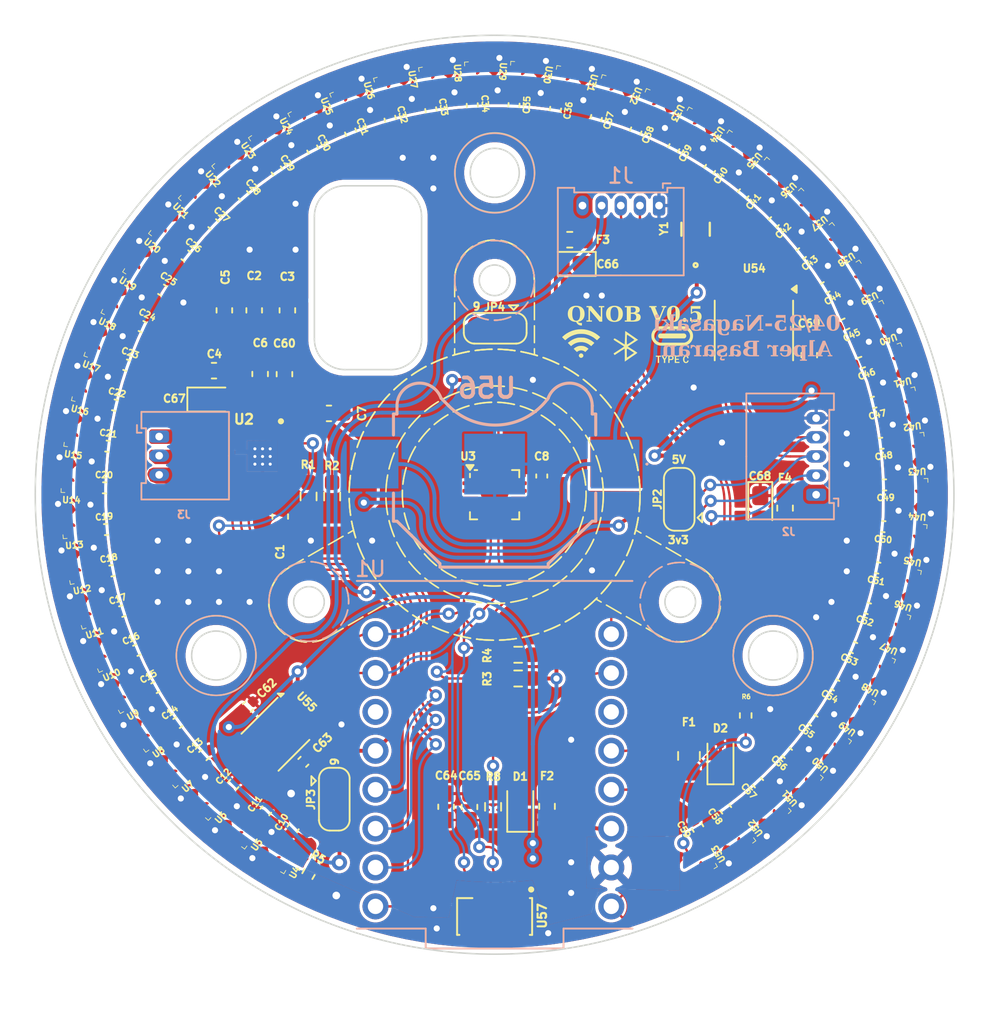
<source format=kicad_pcb>
(kicad_pcb (version 20241229) (generator "pcbnew") (generator_version "9.0")
  (layers (0 "F.Cu" signal) (2 "B.Cu" signal) (13 "F.Paste" user) (15 "B.Paste" user) (5 "F.SilkS" user "F.Silkscreen") (7 "B.SilkS" user "B.Silkscreen") (1 "F.Mask" user) (3 "B.Mask" user) (25 "Edge.Cuts" user))
  (net 0 "")
  (net 1 "GND")
  (net 2 "/Motor drive/CP")
  (net 3 "/Motor drive/MOT_A")
  (net 4 "/Motor drive/MOT_B")
  (net 5 "/Motor drive/MOT_C")
  (net 6 "VSYS_PROTECTED")
  (net 7 "/GPIO3")
  (net 8 "/GPIO4")
  (net 9 "/GPIO5")
  (net 10 "/GPIO8")
  (net 11 "/GPIO7")
  (net 12 "/GPIO6")
  (net 13 "/GPIO20")
  (net 14 "/GPIO21")
  (net 15 "/GPIO9")
  (net 16 "Net-(U2-nFault)")
  (net 20 "DRV8311_3v3")
  (net 21 "Net-(U2-CS_GAIN)")
  (net 24 "Net-(U4-DIn)")
  (net 25 "Net-(U53-Dout)")
  (net 27 "Net-(U4-Dout)")
  (net 28 "Net-(U5-Dout)")
  (net 29 "Net-(U6-Dout)")
  (net 30 "Net-(U7-Dout)")
  (net 31 "Net-(U8-Dout)")
  (net 32 "Net-(U10-DIn)")
  (net 33 "Net-(U10-Dout)")
  (net 34 "Net-(U11-Dout)")
  (net 35 "Net-(U12-Dout)")
  (net 36 "Net-(U13-Dout)")
  (net 37 "Net-(U14-Dout)")
  (net 38 "Net-(U15-Dout)")
  (net 39 "Net-(U16-Dout)")
  (net 40 "Net-(U17-Dout)")
  (net 41 "Net-(U18-Dout)")
  (net 42 "Net-(U19-Dout)")
  (net 43 "Net-(U20-Dout)")
  (net 44 "Net-(U21-Dout)")
  (net 45 "Net-(U22-Dout)")
  (net 46 "Net-(U23-Dout)")
  (net 47 "Net-(U24-Dout)")
  (net 48 "Net-(U25-Dout)")
  (net 49 "Net-(U26-Dout)")
  (net 50 "Net-(U27-Dout)")
  (net 51 "Net-(U28-Dout)")
  (net 52 "Net-(U29-Dout)")
  (net 53 "Net-(U30-Dout)")
  (net 54 "Net-(U31-Dout)")
  (net 55 "Net-(U32-Dout)")
  (net 56 "Net-(U33-Dout)")
  (net 57 "Net-(U34-Dout)")
  (net 58 "Net-(U35-Dout)")
  (net 59 "Net-(U36-Dout)")
  (net 60 "Net-(U37-Dout)")
  (net 61 "Net-(U38-Dout)")
  (net 62 "Net-(U39-Dout)")
  (net 63 "Net-(U40-Dout)")
  (net 64 "Net-(U41-Dout)")
  (net 65 "Net-(U42-Dout)")
  (net 66 "Net-(U43-Dout)")
  (net 67 "Net-(U44-Dout)")
  (net 68 "Net-(U45-Dout)")
  (net 69 "Net-(U46-Dout)")
  (net 70 "Net-(U47-Dout)")
  (net 71 "Net-(U48-Dout)")
  (net 72 "Net-(U49-Dout)")
  (net 73 "Net-(U50-Dout)")
  (net 74 "Net-(U51-Dout)")
  (net 75 "Net-(U52-Dout)")
  (net 77 "Net-(U1-3v3)")
  (net 80 "3V3_Protected")
  (net 81 "VSYS")
  (net 82 "/GPIO0")
  (net 83 "/GPIO1")
  (net 84 "Net-(J2-Pin_1)")
  (net 86 "Net-(U54-X2)")
  (net 87 "Net-(U54-VBAT)")
  (net 88 "Net-(U54-X1)")
  (net 98 "/LED_CTRL")
  (net 99 "/leds/LED_Din")
  (net 100 "Net-(J1-Pin_5)")
  (net 101 "/encoder/MODE")
  (net 102 "/ENC_POWER")
  (footprint "Resistor_SMD:R_0402_1005Metric" (layer "F.Cu") (at -12.155001 24.771673 60)
    (property "Reference" "R5")
    (property "Value" "500")
  )
  (footprint "Capacitor_SMD:C_0402_1005Metric" (layer "F.Cu") (at -18.369324 -17.657819 135.9192)
    (property "Reference" "C27")
    (property "Value" "100n 10V")
  )
  (footprint "custom_led:SK6805-EC15" (layer "F.Cu") (at 25.16567 11.183257 156.7368)
    (property "Reference" "U47")
    (property "Value" "~")
  )
  (footprint "custom_led:SK6805-EC15" (layer "F.Cu") (at 15.96371 22.439612 126.1248)
    (property "Reference" "U52")
    (property "Value" "~")
  )
  (footprint "Diode_SMD:D_SOD-323" (layer "F.Cu") (at 14.75 17.3 90)
    (property "Reference" "D2")
    (property "Value" "ESD5Zxx")
  )
  (footprint "Capacitor_SMD:C_0402_1005Metric" (layer "F.Cu") (at 17.200724 18.798024 -47.7528)
    (property "Reference" "C57")
    (property "Value" "100n 10V")
  )
  (footprint "custom_led:SK6805-EC15" (layer "F.Cu") (at -9.74911 -25.755214 -68.5704)
    (property "Reference" "U25")
    (property "Value" "~")
  )
  (footprint "custom_led:SK6805-EC15" (layer "F.Cu") (at -26.411843 7.796844 17.1432)
    (property "Reference" "U11")
    (property "Value" "~")
  )
  (footprint "custom_led:SK6805-EC15" (layer "F.Cu") (at -25.830234 -9.548572 -19.5912)
    (property "Reference" "U17")
    (property "Value" "~")
  )
  (footprint "Jumper:SolderJumper-3_P1.3mm_Open_RoundedPad1.0x1.5mm" (layer "F.Cu") (at 0.04 -10.8675 180)
    (property "Reference" "JP4")
    (property "Value" "SolderJumper_3_Open")
  )
  (footprint "Capacitor_SMD:C_0402_1005Metric" (layer "F.Cu") (at 3.972863 -25.168372 80.8176)
    (property "Reference" "C36")
    (property "Value" "100n 10V")
  )
  (footprint "custom_led:SK6805-EC15" (layer "F.Cu") (at 20.359736 18.543392 138.3696)
    (property "Reference" "U50")
    (property "Value" "~")
  )
  (footprint "symbols:bluetooth_2.5mm" (layer "F.Cu") (at 8.645833 -9.701146)
    (property "Reference" "G***" (hide yes))
    (property "Value" "LOGO" (hide yes))
  )
  (footprint "symbols:wifi" (layer "F.Cu") (at 5.65 -9.87)
    (property "Reference" "G***" (hide yes))
    (property "Value" "LOGO" (hide yes))
  )
  (footprint "custom_led:SK6805-EC15" (layer "F.Cu") (at -4.064924 -27.236971 -80.8152)
    (property "Reference" "U27")
    (property "Value" "~")
  )
  (footprint "Capacitor_SMD:C_0402_1005Metric" (layer "F.Cu") (at -22.997608 -10.969988 154.2864)
    (property "Reference" "C24")
    (property "Value" "100n 10V")
  )
  (footprint "Fuse:Fuse_0603_1608Metric_Pad1.05x0.95mm_HandSolder" (layer "F.Cu") (at 4.907696 -16.65)
    (property "Reference" "F3")
    (property "Value" "500m")
  )
  (footprint "Capacitor_SMD:C_0603_1608Metric_Pad1.08x0.95mm_HandSolder" (layer "F.Cu") (at -18.327499 -8.099999)
    (property "Reference" "C4")
    (property "Value" "100n")
  )
  (footprint "custom_led:SK6805-EC15" (layer "F.Cu") (at 20.013252 -18.916817 -135.9168)
    (property "Reference" "U36")
    (property "Value" "~")
  )
  (footprint "Jumper:SolderJumper-3_P1.3mm_Open_RoundedPad1.0x1.5mm" (layer "F.Cu") (at -10.47 19.88 -90)
    (property "Reference" "JP3")
    (property "Value" "SolderJumper_3_Open")
  )
  (footprint "Capacitor_SMD:C_0402_1005Metric" (layer "F.Cu") (at -21.696457 -13.360178 148.164)
    (property "Reference" "C25")
    (property "Value" "100n 10V")
  )
  (footprint "custom_led:SK6805-EC15" (layer "F.Cu") (at 22.221315 16.266203 144.492)
    (property "Reference" "U49")
    (property "Value" "~")
  )
  (footprint "Capacitor_SMD:C_0603_1608Metric_Pad1.08x0.95mm_HandSolder" (layer "F.Cu") (at -13.724678 -7.87171 -90)
    (property "Reference" "C60")
    (property "Value" "10u")
  )
  (footprint "custom_led:SK6805-EC15" (layer "F.Cu") (at 13.479411 24.014198 120.0024)
    (property "Reference" "U53")
    (property "Value" "~")
  )
  (footprint "custom_led:SK6805-EC15" (layer "F.Cu") (at -6.946638 -26.648085 -74.6928)
    (property "Reference" "U26")
    (property "Value" "~")
  )
  (footprint "Capacitor_SMD:C_0402_1005Metric" (layer "F.Cu") (at -14.206399 -21.152041 123.6744)
    (property "Reference" "C29")
    (property "Value" "100n 10V")
  )
  (footprint "custom_led:SK6805-EC15" (layer "F.Cu") (at -19.548305 -19.396906 -44.0808)
    (property "Reference" "U21")
    (property "Value" "~")
  )
  (footprint "custom_led:SK6805-EC15" (layer "F.Cu") (at 24.954506 -11.646837 -154.284)
    (property "Reference" "U39")
    (property "Value" "~")
  )
  (footprint "custom_led:SK6805-EC15" (layer "F.Cu") (at 17.881571 -20.943391 -129.7944)
    (property "Reference" "U35")
    (property "Value" "~")
  )
  (footprint "Capacitor_Tantalum_SMD:CP_EIA-1608-08_AVX-J_Pad1.25x1.05mm_HandSolder" (layer "F.Cu") (at 17.35 0.86 -90)
    (property "Reference" "C68")
    (property "Value" "10u")
  )
  (footprint "Fuse:Fuse_0603_1608Metric_Pad1.05x0.95mm_HandSolder" (layer "F.Cu") (at 3.425 20.35 -90)
    (property "Reference" "F2")
    (property "Value" "500m")
  )
  (footprint "Capacitor_SMD:C_0402_1005Metric" (layer "F.Cu") (at 11.701171 -22.634337 62.4504)
    (property "Reference" "C39")
    (property "Value" "100n 10V")
  )
  (footprint "Capacitor_SMD:C_0402_1005Metric" (layer "F.Cu") (at -24.991887 4.963485 -168.9792)
    (property "Reference" "C18")
    (property "Value" "100n 10V")
  )
  (footprint "Package_LGA:Bosch_LGA-8_3x3mm_P0.8mm_ClockwisePinNumbering" (layer "F.Cu") (at -14.263536 15.755491 -45)
    (property "Reference" "U55")
    (property "Value" "BME688")
  )
  (footprint "Capacitor_SMD:C_0402_1005Metric" (layer "F.Cu") (at -16.110589 13.850589 -135)
    (property "Reference" "C62")
    (property "Value" "100n")
  )
  (footprint "Fuse:Fuse_0603_1608Metric_Pad1.05x0.95mm_HandSolder" (layer "F.Cu") (at 18.97 0.875 90)
    (property "Reference" "F4")
    (property "Value" "500m")
  )
  (footprint "custom_led:SK6805-EC15" (layer "F.Cu") (at 26.856966 -6.0893 -166.5288)
    (property "Reference" "U41")
    (property "Value" "~")
  )
  (footprint "Capacitor_SMD:C_0402_1005Metric" (layer "F.Cu") (at 23.972772 -8.633468 19.5936)
    (property "Reference" "C46")
    (property "Value" "100n 10V")
  )
  (footprint "custom_led:SK6805-EC15" (layer "F.Cu") (at 21.916634 -16.674452 -142.0392)
    (property "Reference" "U37")
    (property "Value" "~")
  )
  (footprint "Capacitor_SMD:C_0603_1608Metric_Pad1.08x0.95mm_HandSolder" (layer "F.Cu") (at 20.55 -9.1125 -90)
    (property "Reference" "C69")
    (property "Value" "100n")
  )
  (footprint "Resistor_SMD:R_0603_1608Metric_Pad0.98x0.95mm_HandSolder" (layer "F.Cu") (at -10.61 0.1175 -90)
    (property "Reference" "R2")
    (property "Value" "4.7k")
  )
  (footprint "Capacitor_SMD:C_0402_1005Metric" (layer "F.Cu") (at -20.686026 14.876791 -144.4896)
    (property "Reference" "C14")
    (property "Value" "100n 10V")
  )
  (footprint "custom_led:SK6805-EC15" (layer "F.Cu") (at 18.265906 20.609049 132.2472)
    (property "Reference" "U51")
    (property "Value" "~")
  )
  (footprint "Jumper:SolderJumper-3_P1.3mm_Open_RoundedPad1.0x1.5mm" (layer "F.Cu") (at 12.0575 0.3 90)
    (property "Reference" "JP2")
    (property "Value" "SolderJumper_3_Open")
  )
  (footprint "custom_led:SK6805-EC15" (layer "F.Cu") (at -14.989718 -23.101614 -56.3256)
    (property "Reference" "U23")
    (property "Value" "~")
  )
  (footprint "Capacitor_SMD:C_0402_1005Metric" (layer "F.Cu") (at -25.476031 -0.449936 178.776)
    (property "Reference" "C20")
    (property "Value" "100n 10V")
  )
  (footprint "Capacitor_Tantalum_SMD:CP_EIA-1608-08_AVX-J_Pad1.25x1.05mm_HandSolder" (layer "F.Cu") (at 4.922696 -15.070001 180)
    (property "Reference" "C66")
    (property "Value" "10u")
  )
  (footprint "Capacitor_SMD:C_0402_1005Metric" (layer "F.Cu") (at -22.154691 12.585716 -150.612)
    (property "Reference" "C15")
    (property "Value" "100n 10V")
  )
  (footprint "Package_DFN_QFN:IC_DRV8311HRRWR" (layer "F.Cu") (at -15.155583 -2.495806 -90)
    (property "Reference" "U2")
    (property "Value" "~")
  )
  (footprint "Capacitor_SMD:C_0402_1005Metric" (layer "F.Cu") (at -24.801034 -5.842886 166.5312)
    (property "Reference" "C22")
    (property "Value" "100n 10V")
  )
  (footprint "custom_led:SK6805-EC15" (layer "F.Cu") (at -22.609502 15.72217 35.5104)
    (property "Reference" "U8")
    (property "Value" "~")
  )
  (footprint "Capacitor_SMD:C_0603_1608Metric_Pad1.08x0.95mm_HandSolder" (layer "F.Cu") (at -3.17 20.3775 -90)
    (property "Reference" "C64")
    (property "Value" "10u")
  )
  (footprint "Capacitor_SMD:C_0402_1005Metric" (layer "F.Cu") (at -20.147807 -15.597964 142.0416)
    (property "Reference" "C26")
    (property "Value" "100n 10V")
  )
  (footprint "Capacitor_SMD:C_0402_1005Metric" (layer "F.Cu") (at 19.107478 16.856301 -41.6304)
    (property "Reference" "C56")
    (property "Value" "100n 10V")
  )
  (footprint "Capacitor_SMD:C_0402_1005Metric" (layer "F.Cu") (at 6.634481 -24.601103 74.6952)
    (property "Reference" "C37")
    (property "Value" "100n 10V")
  )
  (footprint "Capacitor_SMD:C_0402_1005Metric" (layer "F.Cu") (at 16.235467 -19.637724 50.2056)
    (property "Reference" "C41")
    (property "Value" "100n 10V")
  )
  (footprint "Capacitor_SMD:C_0603_1608Metric_Pad1.08x0.95mm_HandSolder" (layer "F.Cu") (at -1.64 20.3875 -90)
    (property "Reference" "C65")
    (property "Value" "100n")
  )
  (footprint "custom_led:SK6805-EC15" (layer "F.Cu") (at -16.503549 22.045613 53.8776)
    (property "Reference" "U5")
    (property "Value" "~")
  )
  (footprint "Capacitor_SMD:C_0402_1005Metric" (layer "F.Cu") (at 20.796267 14.722292 -35.508)
    (property "Reference" "C55")
    (property "Value" "100n 10V")
  )
  (footprint "Capacitor_SMD:C_0402_1005Metric" (layer "F.Cu") (at 15.097754 20.525312 -53.8752)
    (property "Reference" "C58")
    (property "Value" "100n 10V")
  )
  (footprint "custom_led:SK6805-EC15" (layer "F.Cu") (at 26.965006 5.59148 168.9816)
    (property "Reference" "U45")
    (property "Value" "~")
  )
  (footprint "custom_led:SK6805-EC15" (layer "F.Cu") (at 27.353224 -3.190198 -172.6512)
    (property "Reference" "U42")
    (property "Value" "~")
  )
  (footprint "Capacitor_SMD:C_0603_1608Metric_Pad1.08x0.95mm_HandSolder" (layer "F.Cu") (at -14 1.425009 90)
    (property "Reference" "C1")
    (property "Value" "4.7u")
  )
  (footprint "Capacitor_SMD:C_0402_1005Metric" (layer "F.Cu") (at -24.036417 -8.45466 160.4088)
    (property "Reference" "C23")
    (property "Value" "100n 10V")
  )
  (footprint "Capacitor_SMD:C_0402_1005Metric" (layer "F.Cu") (at 1.265926 -25.448537 86.94)
    (property "Reference" "C35")
    (property "Value" "100n 10V")
  )
  (footprint "Diode_SMD:D_SOD-323" (layer "F.Cu") (at 1.675 20.4 90)
    (property "Reference" "D1")
    (property "Value" "ESD5Zxx")
  )
  (footprint "custom_led:SK6805-EC15" (layer "F.Cu") (at -27.464607 2.017807 4.8984)
    (property "Reference" "U13")
    (property "Value" "~")
  )
  (footprint "Capacitor_SMD:C_0402_1005Metric" (layer "F.Cu") (at -9.397094 -23.68386 111.4296)
    (property "Reference" "C31")
    (property "Value" "100n 10V")
  )
  (footprint "custom_led:SK6805-EC15" (layer "F.Cu") (at 26.214859 8.435482 162.8592)
    (property "Reference" "U46")
    (property "Value" "~")
  )
  (footprint "Capacitor_SMD:C_0603_1608Metric_Pad1.08x0.95mm_HandSolder" (layer "F.Cu") (at -10.818274 -5.309999 180)
    (property "Reference" "C7")
    (property "Value" "100n")
  )
  (footprint "Resistor_SMD:R_0402_1005Metric" (layer "F.Cu") (at 16.4 14.415 -90)
    (property "Reference" "R6")
    (property "Value" "500")
  )
  (footprint "custom_led:SK6805-EC15" (layer "F.Cu") (at -1.136839 -27.515156 -86.9376)
    (property "Reference" "U28")
    (property "Value" "~")
  )
  (footprint "Capacitor_SMD:C_0402_1005Metric" (layer "F.Cu") (at -4.160228 -25.138081 99.1848)
    (property "Reference" "C33")
    (property "Value" "100n 10V")
  )
  (footprint "Capacitor_SMD:C_0402_1005Metric" (layer "F.Cu") (at -17.060223 18.925628 -132.2448)
    (property "Reference" "C12")
    (property "Value" "100n 10V")
  )
  (footprint "Fuse:Fuse_0805_2012Metric_Pad1.15x1.40mm_HandSolder" (layer "F.Cu") (at 12.695 17.055 -90)
    (property "Reference" "F1")
    (property "Value" "1A")
  )
  (footprint "Capacitor_SMD:C_0402_1005Metric" (layer "F.Cu") (at 21.596337 -13.521421 31.8384)
    (property "Reference" "C44")
    (property "Value" "100n 10V")
  )
  (footprint "custom_led:SK6805-EC15" (layer "F.Cu") (at -18.760645 20.159722 47.7552)
    (property "Reference" "U6")
    (property "Value" "~")
  )
  (footprint "Capacitor_SMD:C_0402_1005Metric" (layer "F.Cu") (at -16.381295 -19.516244 129.7968)
    (property "Reference" "C28")
    (property "Value" "100n 10V")
  )
  (footprint "custom_crystal:XTAL_FC-135_EPS" (layer "F.Cu") (at 13.127 -17.334951 90)
    (property "Reference" "Y1")
    (property "Value" "32768 Hz")
  )
  (footprint "custom_led:SK6805-EC15" (layer "F.Cu") (at 1.804213 -27.479465 -93.06)
    (property "Reference" "U29")
    (property "Value" "~")
  )
  (footprint "Capacitor_SMD:C_0402_1005Metric" (layer "F.Cu") (at 25.394914 2.080615 -4.896)
    (property "Reference" "C50")
    (property "Value" "100n 10V")
  )
  (footprint "custom_led:SK6805-EC15" (layer "F.Cu") (at -26.701288 -6.739243 -13.4688)
    (property "Reference" "U16")
    (property "Value" "~")
  )
  (footprint "Capacitor_SMD:C_0402_1005Metric" (layer "F.Cu") (at -14.944446 20.637203 -126.1224)
    (property "Reference" "C11")
    (property "Value" "100n 10V")
  )
  (footprint "Package_DFN_QFN:QFN-16-1EP_3x3mm_P0.5mm_EP1.7x1.7mm" (layer "F.Cu") (at 0 0)
    (property "Reference" "U3")
    (property "Value" "MT6701QT")
  )
  (footprint "custom_led:SK6805-EC15" (layer "F.Cu") (at 10.371239 -25.511049 -111.4272)
    (property "Reference" "U32")
    (property "Value" "~")
  )
  (footprint "Capacitor_SMD:C_0603_1608Metric_Pad1.08x0.95mm_HandSolder" (layer "F.Cu") (at -17.650001 -12.037499 -90)
    (property "Reference" "C5")
    (property "Value" "100n")
  )
  (footprint "Capacitor_SMD:C_0402_1005Metric" (layer "F.Cu") (at 9.220416 -23.7532 68.5728)
    (property "Reference" "C38")
    (property "Value" "100n 10V")
  )
  (footprint "Capacitor_SMD:C_0402_1005Metric" (layer "F.Cu") (at 22.915256 -11.140989 25.716)
    (property "Reference" "C45")
    (property "Value" "100n 10V")
  )
  (footprint "custom_led:SK6805-EC15" (layer "F.Cu") (at 23.829408 13.803461 150.6144)
    (property "Reference" "U48")
    (property "Value" "~")
  )
  (footprint "Capacitor_SMD:C_0402_1005Metric" (layer "F.Cu") (at 25.028166 4.777187 -11.0184)
    (property "Reference" "C51")
    (property "Value" "100n 10V")
  )
  (footprint "Capacitor_SMD:C_0402_1005Metric" (layer "F.Cu") (at 22.247826 12.42034 -29.3856)
    (property "Reference" "C54")
    (property "Value" "100n 10V")
  )
  (footprint "custom_led:SK6805-EC15" (layer "F.Cu") (at -17.368073 -21.371154 -50.2032)
    (property "Reference" "U22")
    (property "Value" "~")
  )
  (footprint "Capacitor_SMD:C_0402_1005Metric" (layer "F.Cu") (at 25.471973 -0.63969 1.2264)
    (property "Reference" "C49")
    (property "Value" "100n 10V")
  )
  (footprint "Capacitor_SMD:C_0402_1005Metric" (layer "F.Cu") (at 14.048447 -21.257275 56.328)
    (property "Reference" "C40")
    (property "Value" "100n 10V")
  )
  (footprint "Capacitor_SMD:C_0402_1005Metric" (layer "F.Cu") (at -11.869446 -22.546549 117.552)
    (property "Reference" "C30")
    (property "Value" "100n 10V")
  )
  (footprint "Resistor_SMD:R_0603_1608Metric_Pad0.98x0.95mm_HandSolder" (layer "F.Cu") (at -12.150874 0.113905 -90)
    (property "Reference" "R1")
    (property "Value" "0")
  )
  (footprint "Package_SO:SOIC-8_3.9x4.9mm_P1.27mm" (layer "F.Cu") (at 16.935 -10.725 -90)
    (property "Reference" "U54")
    (property "Value" "DS1307Z+")
  )
  (footprint "Capacitor_SMD:C_0603_1608Metric_Pad1.08x0.95mm_HandSolder" (layer "F.Cu") (at -15.700776 -12.037499 -90)
    (property "Reference" "C2")
    (property "Value" "10u")
  )
  (footprint "Capacitor_SMD:C_0402_1005Metric" (layer "F.Cu") (at -13.16 21.755692 -120)
    (property "Reference" "C10")
    (property "Value" "100n 10V")
  )
  (footprint "custom_led:SK6805-EC15" (layer "F.Cu") (at 4.724685 -27.130307 -99.1824)
    (property "Reference" "U30")
    (property "Value" "~")
  )
  (footprint "Capacitor_SMD:C_0402_1005Metric" (layer "F.Cu") (at 24.756823 -6.027462 13.4712)
    (property "Reference" "C47")
    (property "Value" "100n 10V")
  )
  (footprint "symbols:usb-c" (layer "F.Cu") (at 11.680814 -10.241928)
    (property "Reference" "G***" (hide yes))
    (property "Value" "LOGO" (hide yes))
  )
  (footprint "custom_led:SK6805-EC15" (layer "F.Cu") (at -25.429643 10.56927 23.2656)
    (property "Reference" "U10")
    (property "Value" "~")
  )
  (footprint "Capacitor_SMD:C_0402_1005Metric" (layer "F.Cu") (at 13.265017 21.740682 -59.9976)
    (property "Reference" "C59")
    (property "Value" "100n 10V")
  )
  (footprint "custom_led:SK6805-EC15" (layer "F.Cu") (at -27.092753 4.935476 11.0208)
    (property "Reference" "U12")
    (property "Value" "~")
  )
  (footprint "Capacitor_SMD:C_0402_1005Metric" (layer "F.Cu") (at 25.258464 -3.352699 7.3488)
    (property "Reference" "C48")
    (property "Value" "100n 10V")
  )
  (footprint "custom_led:SK6805-EC15" (layer "F.Cu") (at -24.157358 13.221129 29.388)
    (property "Reference" "U9")
    (property "Value" "~")
  )
  (footprint "Capacitor_SMD:C_0402_1005Metric" (layer "F.Cu") (at -12.489411 17.439411 -135)
    (property "Reference" "C63")
    (property "Value" "100n")
  )
  (footprint "Capacitor_SMD:C_0402_1005Metric" (layer "F.Cu") (at -6.817546 -24.551001 105.3072)
    (property "Reference" "C32")
    (property "Value" "100n 10V")
  )
  (footprint "custom_led:SK6805-EC15" (layer "F.Cu") (at -12.44037 -24.568545 -62.448)
    (property "Reference" "U24")
    (property "Value" "~")
  )
  (footprint "Capacitor_SMD:C_0402_1005Metric" (layer "F.Cu") (at 20.031061 -15.747609 37.9608)
    (property "Reference" "C43")
    (property "Value" "100n 10V")
  )
  (footprint "Resistor_SMD:R_0603_1608Metric_Pad0.98x0.95mm_HandSolder" (layer "F.Cu") (at 1.5375 10.45)
    (property "Reference" "R4")
    (property "Value" "4.7k")
  )
  (footprint "Capacitor_SMD:C_0603_1608Metric_Pad1.08x0.95mm_HandSolder" (layer "F.Cu") (at -13.534708 -12.037499 -90)
    (property "Reference" "C3")
    (property "Value" "10u")
  )
  (footprint "custom_led:SK6805-EC15" (layer "F.Cu") (at -24.664524 -12.248977 -25.7136)
    (property "Reference" "U18")
    (property "Value" "~")
  )
  (footprint "Capacitor_SMD:C_0402_1005Metric" (layer "F.Cu") (at -23.37063 10.151071 -156.7344)
    (property "Reference" "C16")
    (property "Value" "100n 10V")
  )
  (footprint "Capacitor_SMD:C_0402_1005Metric" (layer "F.Cu") (at 18.237284 -17.794159 44.0832)
    (property "Reference" "C42")
    (property "Value" "100n 10V")
  )
  (footprint "custom_led:SK6805-EC15" (layer "F.Cu") (at -14.058192 23.680022 60)
    (property "Reference" "U4")
    (property "Value" "~")
  )
  (footprint "custom_led:SK6805-EC15" (layer "F.Cu") (at 15.545909 -22.731056 -123.672)
    (property "Reference" "U34")
    (property "Value" "~")
  )
  (footprint "custom_led:SK6805-EC15" (layer "F.Cu") (at -27.267752 -3.853038 -7.3464)
    (property "Reference" "U15")
    (property "Value" "~")
  )
  (footprint "Resistor_SMD:R_0603_1608Metric_Pad0.98x0.95mm_HandSolder" (layer "F.Cu") (at -0.1 20.3775 -90)
    (property "Reference" "R8")
    (property "Value" "4.7k")
  )
  (footprint "Resistor_SMD:R_0603_1608Metric_Pad0.98x0.95mm_HandSolder" (layer "F.Cu") (at 1.5375 12)
    (property "Reference" "R3")
    (property "Value" "4.7k")
  )
  (footprint "custom_led:SK6805-EC15" (layer "F.Cu") (at 13.03291 -24.25942 -117.5496)
    (property "Reference" "U33")
    (property "Value" "~")
  )
  (footprint "Capacitor_SMD:C_0603_1608Metric_Pad1.08x0.95mm_HandSolder" (layer "F.Cu") (at -15.314678 -7.88171 -90)
    (property "Reference" "C6")
    (property "Value" "100n")
  )
  (footprint "Capacitor_SMD:C_0402_1005Metric" (layer "F.Cu") (at -18.981388 16.998162 -138.3672)
    (property "Reference" "C13")
    (property "Value" "100n 10V")
  )
  (footprint "custom_led:SK6805-EC15" (layer "F.Cu") (at -21.505542 -17.201391 -37.9584)
    (property "Reference" "U20")
    (property "Value" "~")
  )
  (footprint "Capacitor_SMD:C_0402_1005Metric" (layer "F.Cu") (at -24.319972 7.60063 -162.8568)
    (property "Reference" "C17")
    (property "Value" "100n 10V")
  )
  (footprint "custom_led:SK6805-EC15" (layer "F.Cu") (at 27.407553 2.683695 175.104)
    (property "Reference" "U44")
    (property "Value" "~")
  )
  (footprint "custom_led:SK6805-EC15" (layer "F.Cu") (at 27.537453 -0.254704 -178.7736)
    (property "Reference" "U43")
    (property "Value" "~")
  )
  (footprint "custom_led:SK6805-EC15" (layer "F.Cu") (at 26.054342 -8.91894 -160.4064)
    (property "Reference" "U40")
    (property "Value" "~")
  )
  (footprint "Capacitor_SMD:C_0402_1005Metric" (layer "F.Cu") (at -1.455453 -25.438401 93.0624)
    (property "Reference" "C34")
    (property "Value" "100n 10V")
  )
  (footprint "Capacitor_SMD:C_0402_1005Metric" (layer "F.Cu") (at 24.375913 7.419264 -17.1408)
    (property "Reference" "C52")
    (property "Value" "100n 10V")
  )
  (footprint "custom_led:SK6805-EC15" (layer "F.Cu") (at -27.523163 -0.922879 -1.224)
    (property "Reference" "U14")
    (property "Value" "~")
  )
  (footprint "custom_led:SK6805-EC15" (layer "F.Cu") (at -23.217458 -14.809653 -31.836)
    (property "Reference" "U19")
    (property "Value" "~")
  )
  (footprint "Capacitor_SMD:C_0402_1005Metric" (layer "F.Cu") (at -25.282737 -3.16446 172.6536)
    (property "Reference" "C21")
    (property "Value" "100n 10V")
  )
  (footprint "Capacitor_SMD:C_0402_1005Metric" (layer "F.Cu") (at 3.08 -1.22 90)
    (property "Reference" "C8")
    (property "Value" "100n")
  )
  (footprint "custom_led:SK6805-EC15" (layer "F.Cu") (at -20.803731 18.043862 41.6328)
    (property "Reference" "U7")
    (property "Value" "~")
  )
  (footprint "custom_led:SK6805-EC15" (layer "F.Cu") (at 7.59126 -26.471664 -105.3048)
    (property "Reference" "U31")
    (property "Value" "~")
  )
  (footprint "Capacitor_Tantalum_SMD:CP_EIA-1608-08_AVX-J_Pad1.25x1.05mm_HandSolder" (layer "F.Cu") (at -18.38243 -6.213863)
    (property "Reference" "C67")
    (property "Value" "10u")
  )
  (footprint "custom:PHODET_VCNL4020" (layer "F.Cu") (at 0 27.54 -90)
    (property "Reference" "U57")
    (property "Value" "VCNL4020-GS08")
  )
  (footprint "custom_led:SK6805-EC15" (layer "F.Cu") (at 23.570006 -14.241876 -148.1616)
    (property "Reference" "U38")
    (property "Value" "~")
  )
  (footprint "Capacitor_SMD:C_0402_1005Metric" (layer "F.Cu") (at 23.445595 9.976706 -23.2632)
    (property "Reference" "C53")
    (property "Value" "100n 10V")
  )
  (footprint "Capacitor_SMD:C_0402_1005Metric" (layer "F.Cu") (at -25.378711 2.26972 -175.1016)
    (property "Reference" "C19")
    (property "Value" "100n 10V")
  )
  (footprint "custom:battery_holder_1225_SMD" (layer "B.Cu") (at 0 -1.278 180)
    (property "Reference" "U56")
    (property "Value" "~" (hide yes))
  )
  (footprint "Connector_Molex:Molex_PicoBlade_53048-0510_1x05_P1.25mm_Horizontal" (layer "B.Cu") (at 10.739999 -18.879999 180)
    (property "Reference" "J1")
    (property "Value" "Conn_01x05")
  )
  (footprint "Carriar_boards:MODULE_ESP32-C3_SUPERMINI" (layer "B.Cu") (at 0 16.98)
    (property "Reference" "U1")
    (property "Value" "ESP32-C3_SUPERMINI")
  )
  (footprint "Connector_Molex:Molex_PicoBlade_53048-0310_1x03_P1.25mm_Horizontal" (layer "B.Cu") (at -21.908176 -3.798778 -90)
    (property "Reference" "J3")
    (property "Value" "Conn_01x03")
  )
  (footprint "Connector_Molex:Molex_PicoBlade_53048-0510_1x05_P1.25mm_Horizontal" (layer "B.Cu") (at 21 0 90)
    (property "Reference" "J2")
    (property "Value" "Conn_01x05")
  )
  (gr_line (start 2.6 -14.03) (end 2.6 -9.14) (stroke (width 0.1) (type dash)) (layer "F.SilkS"))
  (gr_circle (center 0 0) (end 9.5 0) (stroke (width 0.1) (type dash)) (fill no) (layer "F.SilkS"))
  (gr_circle (center -0.0254 -0.0386) (end 5.9746 -0.0386) (stroke (width 0.1) (type dash)) (fill no) (layer "F.SilkS"))
  (gr_line (start -13.450336 4.763334) (end -9.215472 2.318334) (stroke (width 0.1) (type dash)) (layer "F.SilkS"))
  (gr_circle (center 18.186533 10.5) (end 16.886533 12.751666) (stroke (width 0.1)) (fill no) (layer "F.SilkS"))
  (gr_circle (center 0 0) (end 7.1 0) (stroke (width 0.1) (type dash)) (fill no) (layer "F.SilkS"))
  (gr_circle (center -18.186533 10.5) (end -19.486533 8.248334) (stroke (width 0.1)) (fill no) (layer "F.SilkS"))
  (gr_line (start -10.845336 9.275324) (end -6.610472 6.830324) (stroke (width 0.1) (type dash)) (layer "F.SilkS"))
  (gr_arc (start 13.455336 4.754674) (mid 14.407002 8.30634) (end 10.855336 9.258006) (stroke (width 0.1) (type dash)) (layer "F.SilkS"))
  (gr_arc (start -10.845336 9.275326) (mid -14.397002 8.32366) (end -13.445336 4.771994) (stroke (width 0.1) (type dash)) (layer "F.SilkS"))
  (gr_line (start -2.61 -14.03) (end -2.61 -9.13999) (stroke (width 0.1) (type dash)) (layer "F.SilkS"))
  (gr_circle (center 18.186533 10.5) (end 16.886533 12.751666) (stroke (width 0.1)) (fill no) (layer "F.SilkS"))
  (gr_circle (center 0.01 -21.02) (end 2.61 -21.02) (stroke (width 0.1)) (fill no) (layer "F.SilkS"))
  (gr_line (start 13.455336 4.754674) (end 9.220463 2.309669) (stroke (width 0.1) (type dash)) (layer "F.SilkS"))
  (gr_circle (center 0 0) (end 9.5 0) (stroke (width 0.1) (type dash)) (fill no) (layer "F.SilkS"))
  (gr_arc (start -2.61 -14.03) (mid -0.01 -16.63) (end 2.59 -14.03) (stroke (width 0.1) (type dash)) (layer "F.SilkS"))
  (gr_line (start 10.855336 9.258006) (end 6.620463 6.813001) (stroke (width 0.1) (type dash)) (layer "F.SilkS"))
  (gr_circle (center -12.134356 6.97) (end -13.434356 4.718334) (stroke (width 0.1) (type dash)) (fill no) (layer "B.SilkS"))
  (gr_circle (center 0 -13.993661) (end 2.6 -13.993661) (stroke (width 0.1) (type dash)) (fill no) (layer "B.SilkS"))
  (gr_circle (center 12.103375 7.023661) (end 10.803375 9.275327) (stroke (width 0.1) (type dash)) (fill no) (layer "B.SilkS"))
  (gr_circle (center 18.186533 10.5) (end 16.886533 12.751666) (stroke (width 0.1)) (fill no) (layer "B.SilkS"))
  (gr_circle (center -18.186533 10.5) (end -19.486533 8.248334) (stroke (width 0.1)) (fill no) (layer "B.SilkS"))
  (gr_circle (center 0 -21) (end 2.6 -21) (stroke (width 0.1)) (fill no) (layer "B.SilkS"))
  (gr_arc (start -11.77 -18.17) (mid -11.184214 -19.584214) (end -9.77 -20.17) (stroke (width 0.1)) (layer "Edge.Cuts"))
  (gr_circle (center 18.186533 10.5) (end 19.786533 10.5) (stroke (width 0.1)) (fill no) (layer "Edge.Cuts"))
  (gr_circle (center 0 0) (end 30 0) (stroke (width 0.1)) (fill no) (layer "Edge.Cuts"))
  (gr_circle (center -18.186533 10.5) (end -16.586533 10.5) (stroke (width 0.1)) (fill no) (layer "Edge.Cuts"))
  (gr_circle (center -12.124356 7) (end -12.624356 6.133975) (stroke (width 0.1)) (fill no) (layer "Edge.Cuts"))
  (gr_arc (start -4.770001 -10.17) (mid -5.355787 -8.755786) (end -6.770001 -8.17) (stroke (width 0.1)) (layer "Edge.Cuts"))
  (gr_arc (start -6.770001 -20.17) (mid -5.355787 -19.584214) (end -4.770001 -18.17) (stroke (width 0.1)) (layer "Edge.Cuts"))
  (gr_circle (center 0 -14) (end 1 -14) (stroke (width 0.1)) (fill no) (layer "Edge.Cuts"))
  (gr_line (start -6.770001 -8.17) (end -9.770001 -8.17) (stroke (width 0.1)) (layer "Edge.Cuts"))
  (gr_line (start -11.77 -10.17) (end -11.77 -18.17) (stroke (width 0.1)) (layer "Edge.Cuts"))
  (gr_circle (center 12.124356 7) (end 11.624356 7.866025) (stroke (width 0.1)) (fill no) (layer "Edge.Cuts"))
  (gr_circle (center 0.01 -21.02) (end 1.61 -21.02) (stroke (width 0.1)) (fill no) (layer "Edge.Cuts"))
  (gr_arc (start -9.770001 -8.17) (mid -11.184215 -8.755786) (end -11.770001 -10.17) (stroke (width 0.1)) (layer "Edge.Cuts"))
  (gr_line (start -4.770001 -18.17) (end -4.770001 -10.17) (stroke (width 0.1)) (layer "Edge.Cuts"))
  (gr_line (start -6.77 -20.17) (end -9.77 -20.17) (stroke (width 0.1)) (layer "Edge.Cuts"))
  (gr_text "9" (at -1.5 -12 0) (layer "F.SilkS") (effects (font (size 0.5 0.5) (thickness 0.125) (bold yes)) (justify left bottom)))
  (gr_text "QNOB V0.5" (at 4.72 -11.13 0) (layer "F.SilkS") (effects (font (size 1 1) (thickness 0.25) (bold yes)) (justify left bottom)))
  (gr_text "3v3" (at 11.25 3.25 0) (layer "F.SilkS") (effects (font (size 0.5 0.5) (thickness 0.125) (bold yes)) (justify left bottom)))
  (gr_text "9" (at -10.15 17.75 90) (layer "F.SilkS") (effects (font (size 0.5 0.5) (thickness 0.125) (bold yes)) (justify left bottom)))
  (gr_text "5V" (at 11.5 -2 0) (layer "F.SilkS") (effects (font (size 0.5 0.5) (thickness 0.125) (bold yes)) (justify left bottom)))
  (gr_text "04/25-Nagasaki\nAlper Başaran" (at 16.47 -10.29 0) (layer "B.SilkS") (effects (font (size 1 1) (thickness 0.25) (bold yes)) (justify mirror)))
  (segment (start 15.010001 -13.258056) (end 15.010001 -12.375) (width 0.1524) (layer "F.Cu") (net 1))
  (segment (start -16.28201 17.202009) (end -15.649112 16.569111) (width 0.1524) (layer "F.Cu") (net 1))
  (segment (start -16.76 17.4) (end -17.04 17.4) (width 0.1524) (layer "F.Cu") (net 1))
  (segment (start -20.325 -12.55) (end -21.288668 -13.106983) (width 0.25) (layer "F.Cu") (net 1))
  (segment (start -15.643761 16.566895) (end -15.640626 16.566896) (width 0.1524) (layer "F.Cu") (net 1))
  (via (at -4 -22) (size 0.8) (drill 0.4) (layers "F.Cu" "B.Cu") (net 1))
  (via (at -10.34 26.17) (size 1) (drill 0.5) (layers "F.Cu" "B.Cu") (net 1))
  (via (at -11.537275 -26.082112) (size 0.8) (drill 0.4) (layers "F.Cu" "B.Cu") (net 1))
  (via (at -14.253201 -24.702866) (size 0.8) (drill 0.4) (layers "F.Cu" "B.Cu") (net 1))
  (via (at -4 -20) (size 0.8) (drill 0.4) (layers "F.Cu" "B.Cu") (net 1))
  (via (at -27.99245 -5.459673) (size 0.8) (drill 0.4) (layers "F.Cu" "B.Cu") (net 1))
  (via (at 13 -7) (size 0.8) (drill 0.4) (layers "F.Cu" "B.Cu") (net 1))
  (via (at 9.282759 -26.966937) (size 0.8) (drill 0.4) (layers "F.Cu" "B.Cu") (net 1))
  (via (at -26.197695 -11.272358) (size 0.8) (drill 0.4) (layers "F.Cu" "B.Cu") (net 1))
  (via (at 3.352189 -28.32222) (size 0.8) (drill 0.4) (layers "F.Cu" "B.Cu") (net 1))
  (via (at -2.730902 -28.388862) (size 0.8) (drill 0.4) (layers "F.Cu" "B.Cu") (net 1))
  (via (at -22 7) (size 0.8) (drill 0.4) (layers "F.Cu" "B.Cu") (net 1))
  (via (at -3.78 28.32) (size 0.8) (drill 0.4) (layers "F.Cu" "B.Cu") (net 1))
  (via (at -8 3) (size 0.8) (drill 0.4) (layers "F.Cu" "B.Cu") (net 1))
  (via (at -4 27) (size 0.8) (drill 0.4) (layers "F.Cu" "B.Cu") (net 1))
  (via (at 28.493549 1.225953) (size 0.8) (drill 0.4) (layers "F.Cu" "B.Cu") (net 1))
  (via (at 22 7) (size 0.8) (drill 0.4) (layers "F.Cu" "B.Cu") (net 1))
  (via (at -25.699082 12.366991) (size 0.8) (drill 0.4) (layers "F.Cu" "B.Cu") (net 1))
  (via (at 5 26) (size 0.8) (drill 0.4) (layers "F.Cu" "B.Cu") (net 1))
  (via (at 28.105342 -4.845105) (size 0.8) (drill 0.4) (layers "F.Cu" "B.Cu") (net 1))
  (via (at -18 7) (size 0.8) (drill 0.4) (layers "F.Cu" "B.Cu") (net 1))
  (via (at -20 5) (size 0.8) (drill 0.4) (layers "F.Cu" "B.Cu") (net 1))
  (via (at -19.168151 -21.117937) (size 0.8) (drill 0.4) (layers "F.Cu" "B.Cu") (net 1))
  (via (at 3.5 28.63) (size 0.8) (drill 0.4) (layers "F.Cu" "B.Cu") (net 1))
  (via (at 25.421979 12.927038) (size 0.8) (drill 0.4) (layers "F.Cu" "B.Cu") (net 1))
  (via (at -20 3) (size 0.8) (drill 0.4) (layers "F.Cu" "B.Cu") (net 1))
  (via (at -18 5) (size 0.8) (drill 0.4) (layers "F.Cu" "B.Cu") (net 1))
  (via (at 6.36 4.94) (size 0.8) (drill 0.4) (layers "F.Cu" "B.Cu") (net 1))
  (via (at 14.79097 -24.384678) (size 0.8) (drill 0.4) (layers "F.Cu" "B.Cu") (net 1))
  (via (at -20.325 -12.55) (size 0.8) (drill 0.4) (layers "F.Cu" "B.Cu") (net 1))
  (via (at 0.312426 -28.518199) (size 0.8) (drill 0.4) (layers "F.Cu" "B.Cu") (net 1))
  (via (at -16 -16) (size 0.8) (drill 0.4) (layers "F.Cu" "B.Cu") (net 1))
  (via (at -24.846044 -14.002122) (size 0.8) (drill 0.4) (layers "F.Cu" "B.Cu") (net 1))
  (via (at -13 -19) (size 0.8) (drill 0.4) (layers "F.Cu" "B.Cu") (net 1))
  (via (at 19.626202 -20.692933) (size 0.8) (drill 0.4) (layers "F.Cu" "B.Cu") (net 1))
  (via (at -13.29 19.51) (size 1) (drill 0.5) (layers "F.Cu" "B.Cu") (net 1))
  (via (at -23.210964 -16.572158) (size 0.8) (drill 0.4) (layers "F.Cu" "B.Cu") (net 1))
  (via (at -28.513569 0.601423) (size 0.8) (drill 0.4) (layers "F.Cu" "B.Cu") (net 1))
  (via (at 23 3) (size 0.8) (drill 0.4) (layers "F.Cu" "B.Cu") (net 1))
  (via (at -13 -16) (size 0.8) (drill 0.4) (layers "F.Cu" "B.Cu") (net 1))
  (via (at -5.743078 -27.935682) (size 0.8) (drill 0.4) (layers "F.Cu" "B.Cu") (net 1))
  (via (at 23.568456 -16.059676) (size 0.8) (drill 0.4) (layers "F.Cu" "B.Cu") (net 1))
  (via (at 2.5 -7.5) (size 0.8) (drill 0.4) (layers "F.Cu" "B.Cu") (net 1))
  (via (at 23 -4) (size 0.8) (drill 0.4) (layers "F.Cu" "B.Cu") (net 1))
  (via (at -16.806535 -23.041825) (size 0.8) (drill 0.4) (layers "F.Cu" "B.Cu") (net 1))
  (via (at -22 3) (size 0.8) (drill 0.4) (layers "F.Cu" "B.Cu") (net 1))
  (via (at 15.296327 24.070889) (size 0.8) (drill 0.4) (layers "F.Cu" "B.Cu") (net 1))
  (via (at 14.85 -3.41) (size 0.8) (drill 0.4) (layers "F.Cu" "B.Cu") (net 1))
  (via (at -27.250501 -8.414006) (size 0.8) (drill 0.4) (layers "F.Cu" "B.Cu") (net 1))
  (via (at -24.233529 15.037333) (size 0.8) (drill 0.4) (layers "F.Cu" "B.Cu") (net 1))
  (via (at -22.491535 17.536139) (size 0.8) (drill 0.4) (layers "F.Cu" "B.Cu") (net 1))
  (via (at 23 -2) (size 0.8) (drill 0.4) (layers "F.Cu" "B.Cu") (net 1))
  (via (at 5 16) (size 0.8) (drill 0.4) (layers "F.Cu" "B.Cu") (net 1))
  (via (at 28.20028 4.257877) (size 0.8) (drill 0.4) (layers "F.Cu" "B.Cu") (net 1))
  (via (at 23.898275 15.564631) (size 0.8) (drill 0.4) (layers "F.Cu" "B.Cu") (net 1))
  (via (at -21.311109 -18.95315) (size 0.8) (drill 0.4) (layers "F.Cu" "B.Cu") (net 1))
  (via (at 27.58532 7.241231) (size 0.8) (drill 0.4) (layers "F.Cu" "B.Cu") (net 1))
  (via (at 7 -13) (size 0.8) (drill 0.4) (layers "F.Cu" "B.Cu") (net 1))
  (via (at 26.438362 -10.695714) (size 0.8) (drill 0.4) (layers "F.Cu" "B.Cu") (net 1))
  (via (at -15.82 23.73) (size 0.8) (drill 0.4) (layers "F.Cu" "B.Cu") (net 1))
  (via (at -28.286793 3.639044) (size 0.8) (drill 0.4) (layers "F.Cu" "B.Cu") (net 1))
  (via (at 27.428294 -7.814983) (size 0.8) (drill 0.4) (layers "F.Cu" "B.Cu") (net 1))
  (via (at -20 7) (size 0.8) (drill 0.4) (layers "F.Cu" "B.Cu") (net 1))
  (via (at 17.307301 -22.668097) (size 0.8) (drill 0.4) (layers "F.Cu" "B.Cu") (net 1))
  (via (at 5 24) (size 0.8) (drill 0.4) (layers "F.Cu" "B.Cu") (net 1))
  (via (at -8.68974 -27.163831) (size 0.8) (drill 0.4) (layers "F.Cu" "B.Cu") (net 1))
  (via (at 6 -13) (size 0.8) (drill 0.4) (layers "F.Cu" "B.Cu") (net 1))
  (via (at 20.053511 20.279102) (size 0.8) (drill 0.4) (layers "F.Cu" "B.Cu") (net 1))
  (via (at 17.776309 22.3022) (size 0.8) (drill 0.4) (layers "F.Cu" "B.Cu") (net 1))
  (via (at -10 15) (size 0.8) (drill 0.4) (layers "F.Cu" "B.Cu") (net 1))
  (via (at 21.72122 -18.481718) (size 0.8) (drill 0.4) (layers "F.Cu" "B.Cu") (net 1))
  (via (at 22.101955 18.024674) (size 0.8) (drill 0.4) (layers "F.Cu" "B.Cu") (net 1))
  (via (at -16 7) (size 0.8) (drill 0.4) (layers "F.Cu" "B.Cu") (net 1))
  (via (at 18 14) (size 0.8) (drill 0.4) (layers "F.Cu" "B.Cu") (net 1))
  (via (at 6.353714 -27.803158) (size 0.8) (drill 0.4) (layers "F.Cu" "B.Cu") (net 1))
  (via (at -22 5) (size 0.8) (drill 0.4) (layers "F.Cu" "B.Cu") (net 1))
  (via (at 21 8) (size 0.8) (drill 0.4) (layers "F.Cu" "B.Cu") (net 1))
  (via (at 28.461782 -1.819956) (size 0.8) (drill 0.4) (layers "F.Cu" "B.Cu") (net 1))
  (via (at -20.492972 19.834903) (size 0.8) (drill 0.4) (layers "F.Cu" "B.Cu") (net 1))
  (via (at 12.105913 -25.823094) (size 0.8) (drill 0.4) (layers "F.Cu" "B.Cu") (net 1))
  (via (at 25.146839 -13.454434) (size 0.8) (drill 0.4) (layers "F.Cu" "B.Cu") (net 1))
  (via (at -18.260639 21.907404) (size 0.8) (drill 0.4) (layers "F.Cu" "B.Cu") (net 1))
  (via (at -26.871477 9.555574) (size 0.8) (drill 0.4) (layers "F.Cu" "B.Cu") (net 1))
  (via (at -28.41508 -2.44306) (size 0.8) (drill 0.4) (layers "F.Cu" "B.Cu") (net 1))
  (via (at -12 3) (size 0.8) (drill 0.4) (layers "F.Cu" "B.Cu") (net 1))
  (via (at -27.73734 6.635154) (size 0.8) (drill 0.4) (layers "F.Cu" "B.Cu") (net 1))
  (via (at 23 5) (size 0.8) (drill 0.4) (layers "F.Cu" "B.Cu") (net 1))
  (via (at -6 -22) (size 0.8) (drill 0.4) (layers "F.Cu" "B.Cu") (net 1))
  (via (at 26.655685 10.141981) (size 0.8) (drill 0.4) (layers "F.Cu" "B.Cu") (net 1))
  (arc (start -15.643761 16.566895) (mid -15.646657 16.56747) (end -15.649112 16.569111) (width 0.1524) (layer "F.Cu") (net 1))
  (arc (start -16.76 17.4) (mid -16.501313 17.348543) (end -16.28201 17.202009) (width 0.1524) (layer "F.Cu") (net 1))
  (segment (start 11.932499 -2.175) (end 11.8075 -2.3) (width 0.254) (layer "F.Cu") (net 6))
  (segment (start 12.057499 -1.873224) (end 12.0575 -2.226775) (width 0.254) (layer "F.Cu") (net 6))
  (segment (start 11.9325 -2.174998) (end 11.807499 -2.299999) (width 0.254) (layer "F.Cu") (net 6))
  (segment (start 12.057499 -1.006628) (end 12.057499 -1.007954) (width 0.254) (layer "F.Cu") (net 6))
  (segment (start 12.057499 -1.873224) (end 12.057499 -1.013256) (width 0.254) (layer "F.Cu") (net 6))
  (segment (start 12.055624 -1.001875) (end 12.05 -1.0075) (width 0.254) (layer "F.Cu") (net 6))
  (segment (start 12.057499 -1.002652) (end 12.057499 -1.003977) (width 0.254) (layer "F.Cu") (net 6))
  (segment (start 4 -13.32) (end 4 -15) (width 0.254) (layer "F.Cu") (net 6))
  (segment (start 11.515692 -4.124329) (end 5.187941 -10.452062) (width 0.254) (layer "F.Cu") (net 6))
  (segment (start 12.057499 -1.006628) (end 12.057499 -1.003977) (width 0.254) (layer "F.Cu") (net 6))
  (segment (start 12.057499 -1.013256) (end 12.057499 -1.007954) (width 0.254) (layer "F.Cu") (net 6))
  (segment (start 11.203944 -2.55) (end 10.45 -2.55) (width 0.254) (layer "F.Cu") (net 6))
  (segment (start 12.0575 -2.226775) (end 12.057506 -2.816253) (width 0.254) (layer "F.Cu") (net 6))
  (via (at -18.908737 18.428916) (size 0.8) (drill 0.4) (layers "F.Cu" "B.Cu") (net 6))
  (via (at 25.561724 6.615404) (size 0.8) (drill 0.4) (layers "F.Cu" "B.Cu") (net 6))
  (via (at 20.519832 16.616311) (size 0.8) (drill 0.4) (layers "F.Cu" "B.Cu") (net 6))
  (via (at -5.406591 -25.84442) (size 0.8) (drill 0.4) (layers "F.Cu" "B.Cu") (net 6))
  (via (at 24.442308 -9.986936) (size 0.8) (drill 0.4) (layers "F.Cu" "B.Cu") (net 6))
  (via (at 3.012565 -26.231465) (size 0.8) (drill 0.4) (layers "F.Cu" "B.Cu") (net 6))
  (via (at -17.813643 -19.48947) (size 0.8) (drill 0.4) (layers "F.Cu" "B.Cu") (net 6))
  (via (at 23.237762 -12.536815) (size 0.8) (drill 0.4) (layers "F.Cu" "B.Cu") (net 6))
  (via (at 26.004373 -4.575793) (size 0.8) (drill 0.4) (layers "F.Cu" "B.Cu") (net 6))
  (via (at 11.124781 -23.945867) (size 0.8) (drill 0.4) (layers "F.Cu" "B.Cu") (net 6))
  (via (at -25.932928 -4.964732) (size 0.8) (drill 0.4) (layers "F.Cu" "B.Cu") (net 6))
  (via (at -15.633433 -21.278183) (size 0.8) (drill 0.4) (layers "F.Cu" "B.Cu") (net 6))
  (via (at -25.255512 -7.702234) (size 0.8) (drill 0.4) (layers "F.Cu" "B.Cu") (net 6))
  (via (at -13.274887 -22.824168) (size 0.8) (drill 0.4) (layers "F.Cu" "B.Cu") (net 6))
  (via (at -26.314517 -2.170595) (size 0.8) (drill 0.4) (layers "F.Cu" "B.Cu") (net 6))
  (via (at -25.657932 6.231839) (size 0.8) (drill 0.4) (layers "F.Cu" "B.Cu") (net 6))
  (via (at -21.541891 -15.268014) (size 0.8) (drill 0.4) (layers "F.Cu" "B.Cu") (net 6))
  (via (at 26.344074 -1.776254) (size 0.8) (drill 0.4) (layers "F.Cu" "B.Cu") (net 6))
  (via (at 23.57715 11.886266) (size 0.8) (drill 0.4) (layers "F.Cu" "B.Cu") (net 6))
  (via (at -19.790646 -17.478433) (size 0.8) (drill 0.4) (layers "F.Cu" "B.Cu") (net 6))
  (via (at 8.507435 -24.995777) (size 0.8) (drill 0.4) (layers "F.Cu" "B.Cu") (net 6))
  (via (at 25.368032 -7.323133) (size 0.8) (drill 0.4) (layers "F.Cu" "B.Cu") (net 6))
  (via (at 26.383258 1.043546) (size 0.8) (drill 0.4) (layers "F.Cu" "B.Cu") (net 6))
  (via (at -23.752519 11.531832) (size 0.8) (drill 0.4) (layers "F.Cu" "B.Cu") (net 6))
  (via (at -22.38714 13.99933) (size 0.8) (drill 0.4) (layers "F.Cu" "B.Cu") (net 6))
  (via (at 5.793042 -25.760551) (size 0.8) (drill 0.4) (layers "F.Cu" "B.Cu") (net 6))
  (via (at 18.630617 18.710035) (size 0.8) (drill 0.4) (layers "F.Cu" "B.Cu") (net 6))
  (via (at -14.57 22.02) (size 0.8) (drill 0.4) (layers "F.Cu" "B.Cu") (net 6))
  (via (at 22.17497 14.33304) (size 0.8) (drill 0.4) (layers "F.Cu" "B.Cu") (net 6))
  (via (at -20.766383 16.307134) (size 0.8) (drill 0.4) (layers "F.Cu" "B.Cu") (net 6))
  (via (at -16.835392 20.340474) (size 0.8) (drill 0.4) (layers "F.Cu" "B.Cu") (net 6))
  (via (at -26.176231 3.459804) (size 0.8) (drill 0.4) (layers "F.Cu" "B.Cu") (net 6))
  (via (at -23.047399 -12.883427) (size 0.8) (drill 0.4) (layers "F.Cu" "B.Cu") (net 6))
  (via (at 20.050191 -17.18008) (size 0.8) (drill 0.4) (layers "F.Cu" "B.Cu") (net 6))
  (via (at -24.289998 -10.351874) (size 0.8) (drill 0.4) (layers "F.Cu" "B.Cu") (net 6))
  (via (at 0.197723 -26.403148) (size 0.8) (drill 0.4) (layers "F.Cu" "B.Cu") (net 6))
  (via (at -8.132134 -25.120384) (size 0.8) (drill 0.4) (layers "F.Cu" "B.Cu") (net 6))
  (via (at 24.710377 9.303902) (size 0.8) (drill 0.4) (layers "F.Cu" "B.Cu") (net 6))
  (via (at 13.615223 -22.622798) (size 0.8) (drill 0.4) (layers "F.Cu" "B.Cu") (net 6))
  (via (at -26.395928 0.648302) (size 0.8) (drill 0.4) (layers "F.Cu" "B.Cu") (net 6))
  (via (at 10.45 -2.55) (size 0.8) (drill 0.4) (layers "F.Cu" "B.Cu") (net 6))
  (via (at 21.768135 -14.943681) (size 0.8) (drill 0.4) (layers "F.Cu" "B.Cu") (net 6))
  (via (at 26.121479 3.851442) (size 0.8) (drill 0.4) (layers "F.Cu" "B.Cu") (net 6))
  (via (at 20.7 -6.8) (size 0.8) (drill 0.4) (layers "F.Cu" "B.Cu") (net 6))
  (via (at -24.846945 8.932785) (size 0.8) (drill 0.4) (layers "F.Cu" "B.Cu") (net 6))
  (via (at -10.76491 -24.109791) (size 0.8) (drill 0.4) (layers "F.Cu" "B.Cu") (net 6))
  (via (at -2.619374 -26.27364) (size 0.8) (drill 0.4) (layers "F.Cu" "B.Cu") (net 6))
  (via (at 18.103528 -19.220499) (size 0.8) (drill 0.4) (layers "F.Cu" "B.Cu") (net 6))
  (via (at 15.950351 -21.041664) (size 0.8) (drill 0.4) (layers "F.Cu" "B.Cu") (net 6))
  (arc (start 11.203944 -2.55) (mid 11.530585 -2.485026) (end 11.807499 -2.299999) (width 0.254) (layer "F.Cu") (net 6))
  (arc (start 12.057499 -1.002652) (mid 12.056821 -1.001637) (end 12.055624 -1.001875) (width 0.254) (layer "F.Cu") (net 6))
  (arc (start 12.057499 -1.873224) (mid 12.025012 -2.036543) (end 11.932499 -2.175) (width 0.254) (layer "F.Cu") (net 6))
  (arc (start 12.0575 -2.226775) (mid 12.012297 -2.159125) (end 11.9325 -2.174998) (width 0.254) (layer "F.Cu") (net 6))
  (arc (start 5.187941 -10.452062) (mid 4.308735 -11.767882) (end 4 -13.32) (width 0.254) (layer "F.Cu") (net 6))
  (arc (start 11.515692 -4.124329) (mid 11.916697 -3.524178) (end 12.057506 -2.816253) (width 0.254) (layer "F.Cu") (net 6))
  (arc (start 11.932499 -2.175) (mid 11.932499 -2.174999) (end 11.9325 -2.174998) (width 0.254) (layer "F.Cu") (net 6))
  (segment (start 20.7 -6.8) (end 20.150001 -6.249996) (width 0.254) (layer "B.Cu") (net 6))
  (segment (start 12.025 -4.124999) (end 10.45 -2.55) (width 0.254) (layer "B.Cu") (net 6))
  (segment (start 15.827386 -5.699996) (end 18.822182 -5.699993) (width 0.254) (layer "B.Cu") (net 6))
  (arc (start 18.822182 -5.699993) (mid 19.540793 -5.842934) (end 20.150001 -6.249996) (width 0.254) (layer "B.Cu") (net 6))
  (arc (start 12.025 -4.124999) (mid 13.769549 -5.290669) (end 15.827386 -5.699996) (width 0.254) (layer "B.Cu") (net 6))
  (segment (start 9.225001 6.692981) (end 9.225002 16.045691) (width 0.1524) (layer "F.Cu") (net 7))
  (segment (start 8.55069 16.72) (end 7.62 16.72) (width 0.1524) (layer "F.Cu") (net 7))
  (segment (start 10.703011 -5.508612) (end 12.689138 -3.522486) (width 0.1524) (layer "F.Cu") (net 7))
  (segment (start 15.009994 1.511912) (end 15.009994 0.440082) (width 0.1524) (layer "F.Cu") (net 7))
  (segment (start 11.742981 4.174998) (end 12.346912 4.174996) (width 0.1524) (layer "F.Cu") (net 7))
  (segment (start 8.716598 -17.103461) (end 8.716598 -10.304238) (width 0.1524) (layer "F.Cu") (net 7))
  (segment (start 12.690859 -3.519139) (end 13.850284 -2.359711) (width 0.1524) (layer "F.Cu") (net 7))
  (segment (start 8.249998 -18.229935) (end 8.249999 -18.85939) (width 0.1524) (layer "F.Cu") (net 7))
  (arc (start 9.9625 4.9125) (mid 10.779391 4.366669) (end 11.742981 4.174998) (width 0.1524) (layer "F.Cu") (net 7))
  (arc (start 12.346912 4.174996) (mid 13.366029 3.972279) (end 14.229995 3.394995) (width 0.1524) (layer "F.Cu") (net 7))
  (arc (start 12.690294 -3.519715) (mid 12.690084 -3.520035) (end 12.690007 -3.520409) (width 0.1524) (layer "F.Cu") (net 7))
  (arc (start 12.690859 -3.519139) (mid 12.690575 -3.519426) (end 12.690294 -3.519715) (width 0.1524) (layer "F.Cu") (net 7))
  (arc (start 8.483298 -17.666698) (mid 8.31063 -17.925113) (end 8.249998 -18.229935) (width 0.1524) (layer "F.Cu") (net 7))
  (arc (start 14.229995 3.394995) (mid 14.807278 2.531029) (end 15.009994 1.511912) (width 0.1524) (layer "F.Cu") (net 7))
  (arc (start 12.689997 -3.521216) (mid 12.690001 -3.520812) (end 12.690007 -3.520409) (width 0.1524) (layer "F.Cu") (net 7))
  (arc (start 12.689709 -3.521911) (mid 12.689424 -3.522199) (end 12.689138 -3.522486) (width 0.1524) (layer "F.Cu") (net 7))
  (arc (start 8.55069 16.72) (mid 8.808738 16.668671) (end 9.027501 16.5225) (width 0.1524) (layer "F.Cu") (net 7))
  (arc (start 12.689997 -3.521216) (mid 12.68992 -3.521592) (end 12.689709 -3.521911) (width 0.1524) (layer "F.Cu") (net 7))
  (arc (start 9.9625 4.9125) (mid 9.41667 5.729391) (end 9.225001 6.692981) (width 0.1524) (layer "F.Cu") (net 7))
  (arc (start 8.716598 -17.103461) (mid 8.655965 -17.408282) (end 8.483298 -17.666698) (width 0.1524) (layer "F.Cu") (net 7))
  (arc (start 10.703011 -5.508612) (mid 9.23285 -7.708864) (end 8.716598 -10.304238) (width 0.1524) (layer "F.Cu") (net 7))
  (arc (start 13.850284 -2.359711) (mid 14.708595 -1.075154) (end 15.009994 0.440082) (width 0.1524) (layer "F.Cu") (net 7))
  (arc (start 9.027501 16.5225) (mid 9.173673 16.303738) (end 9.225002 16.045691) (width 0.1524) (layer "F.Cu") (net 7))
  (segment (start 8.640985 19.26) (end 7.62 19.26) (width 0.1524) (layer "F.Cu") (net 8))
  (segment (start 13.926292 -2.793712) (end 11.46069 -5.25931) (width 0.1524) (layer "F.Cu") (net 8))
  (segment (start 9.07 -17.063015) (end 9.069999 -11.030946) (width 0.1524) (layer "F.Cu") (net 8))
  (segment (start 9.489998 -18.076981) (end 9.489998 -18.88) (width 0.1524) (layer "F.Cu") (net 8))
  (segment (start 9.725 18.175985) (end 9.725 6.545494) (width 0.1524) (layer "F.Cu") (net 8))
  (segment (start 15.390002 0.739998) (end 15.39 1.5266) (width 0.1524) (layer "F.Cu") (net 8))
  (segment (start 11.645494 4.624999) (end 12.2916 4.624999) (width 0.1524) (layer "F.Cu") (net 8))
  (arc (start 11.645494 4.624999) (mid 10.910553 4.771189) (end 10.2875 5.1875) (width 0.1524) (layer "F.Cu") (net 8))
  (arc (start 14.482499 3.717499) (mid 15.154147 2.712306) (end 15.39 1.5266) (width 0.1524) (layer "F.Cu") (net 8))
  (arc (start 9.725 18.175985) (mid 9.642484 18.590819) (end 9.407499 18.942499) (width 0.1524) (layer "F.Cu") (net 8))
  (arc (start 11.46069 -5.25931) (mid 9.691319 -7.907359) (end 9.069999 -11.030946) (width 0.1524) (layer "F.Cu") (net 8))
  (arc (start 9.489998 -18.076981) (mid 9.435421 -17.802604) (end 9.279999 -17.569998) (width 0.1524) (layer "F.Cu") (net 8))
  (arc (start 9.279999 -17.569998) (mid 9.124577 -17.337392) (end 9.07 -17.063015) (width 0.1524) (layer "F.Cu") (net 8))
  (arc (start 13.926292 -2.793712) (mid 15.009597 -1.172432) (end 15.390002 0.739998) (width 0.1524) (layer "F.Cu") (net 8))
  (arc (start 8.640985 19.26) (mid 9.055819 19.177484) (end 9.407499 18.942499) (width 0.1524) (layer "F.Cu") (net 8))
  (arc (start 14.482499 3.717499) (mid 13.477306 4.389147) (end 12.2916 4.624999) (width 0.1524) (layer "F.Cu") (net 8))
  (arc (start 9.725 6.545494) (mid 9.871189 5.810553) (end 10.2875 5.1875) (width 0.1524) (layer "F.Cu") (net 8))
  (segment (start -5.659999 25.992304) (end -5.659999 8.065512) (width 0.1524) (layer "F.Cu") (net 9))
  (segment (start -13.689554 5.299998) (end -8.425512 5.299999) (width 0.1524) (layer "F.Cu") (net 9))
  (segment (start -11.872546 -3.355655) (end -12.760875 -3.355653) (width 0.1524) (layer "F.Cu") (net 9))
  (segment (start -13.219211 -3.165804) (end -13.690583 -3.165806) (width 0.1524) (layer "F.Cu") (net 9))
  (segment (start -6.547695 26.879999) (end -7.78 26.88) (width 0.1524) (layer "F.Cu") (net 9))
  (segment (start -17.733066 3.041931) (end -16.737498 4.037498) (width 0.1524) (layer "F.Cu") (net 9))
  (segment (start -17.999999 2.397499) (end -18 2.02) (width 0.1524) (layer "F.Cu") (net 9))
  (via (at -11.872546 -3.355655) (size 0.8) (drill 0.4) (layers "F.Cu" "B.Cu") (net 9))
  (via (at -18 2.02) (size 0.8) (drill 0.4) (layers "F.Cu" "B.Cu") (net 9))
  (arc (start -17.999999 2.397499) (mid -17.930625 2.746263) (end -17.733066 3.041931) (width 0.1524) (layer "F.Cu") (net 9))
  (arc (start -5.659999 25.992304) (mid -5.72757 26.33201) (end -5.919999 26.619999) (width 0.1524) (layer "F.Cu") (net 9))
  (arc (start -6.47 6.11) (mid -7.367196 5.510511) (end -8.425512 5.299999) (width 0.1524) (layer "F.Cu") (net 9))
  (arc (start -12.990043 -3.260728) (mid -12.8849 -3.330982) (end -12.760875 -3.355653) (width 0.1524) (layer "F.Cu") (net 9))
  (arc (start -12.990043 -3.260728) (mid -13.095186 -3.190473) (end -13.219211 -3.165804) (width 0.1524) (layer "F.Cu") (net 9))
  (arc (start -5.659999 8.065512) (mid -5.870511 7.007196) (end -6.47 6.11) (width 0.1524) (layer "F.Cu") (net 9))
  (arc (start -5.919999 26.619999) (mid -6.207988 26.812427) (end -6.547695 26.879999) (width 0.1524) (layer "F.Cu") (net 9))
  (arc (start -13.689554 5.299998) (mid -15.339089 4.971884) (end -16.737498 4.037498) (width 0.1524) (layer "F.Cu") (net 9))
  (segment (start -13.533273 0.853273) (end -12.77347 0.09347) (width 0.1524) (layer "B.Cu") (net 9))
  (segment (start -11.872546 -3.355655) (end -11.872545 -2.081554) (width 0.1524) (layer "B.Cu") (net 9))
  (segment (start -16.35 2.019999) (end -18 2.02) (width 0.1524) (layer "B.Cu") (net 9))
  (arc (start -11.872545 -2.081554) (mid -12.106687 -0.904439) (end -12.77347 0.09347) (width 0.1524) (layer "B.Cu") (net 9))
  (arc (start -16.35 2.019999) (mid -14.825598 1.716776) (end -13.533273 0.853273) (width 0.1524) (layer "B.Cu") (net 9))
  (segment (start -13.308826 4.171599) (end -8.517253 4.171599) (width 0.1524) (layer "F.Cu") (net 10))
  (segment (start -3.84 13.11) (end -4.144436 12.805562) (width 0.1524) (layer "F.Cu") (net 10))
  (segment (start -5.6342 5.3658) (end -5.037099 5.9629) (width 0.1524) (layer "F.Cu") (net 10))
  (segment (start -15.412995 3.207001) (end -15.254197 3.365798) (width 0.1524) (layer "F.Cu") (net 10))
  (segment (start -16.059999 1.086676) (end -16.059998 1.644999) (width 0.1524) (layer "F.Cu") (net 10))
  (segment (start -4.44 7.404426) (end -4.44 8.248853) (width 0.1524) (layer "F.Cu") (net 10))
  (segment (start -15.555583 -0.131093) (end -15.555583 -1.030806) (width 0.1524) (layer "F.Cu") (net 10))
  (segment (start -4.448873 12.070586) (end -4.448874 7.98) (width 0.1524) (layer "F.Cu") (net 10))
  (via (at -3.84 13.11) (size 0.8) (drill 0.4) (layers "F.Cu" "B.Cu") (net 10))
  (arc (start -15.807791 0.477791) (mid -15.621129 0.198432) (end -15.555583 -0.131093) (width 0.1524) (layer "F.Cu") (net 10))
  (arc (start -5.6342 5.3658) (mid -6.956956 4.481962) (end -8.517253 4.171599) (width 0.1524) (layer "F.Cu") (net 10))
  (arc (start -4.448873 12.070586) (mid -4.369752 12.468352) (end -4.144436 12.805562) (width 0.1524) (layer "F.Cu") (net 10))
  (arc (start -15.412995 3.207001) (mid -15.891847 2.490348) (end -16.059998 1.644999) (width 0.1524) (layer "F.Cu") (net 10))
  (arc (start -4.44 7.404426) (mid -4.59518 6.624277) (end -5.037099 5.9629) (width 0.1524) (layer "F.Cu") (net 10))
  (arc (start -13.308826 4.171599) (mid -14.361653 3.962178) (end -15.254197 3.365798) (width 0.1524) (layer "F.Cu") (net 10))
  (arc (start -16.059999 1.086676) (mid -15.994452 0.75715) (end -15.807791 0.477791) (width 0.1524) (layer "F.Cu") (net 10))
  (segment (start -4.862499 14.1325) (end -3.84 13.11) (width 0.1524) (layer "B.Cu") (net 10))
  (segment (start -5.884998 16.601034) (end -5.884999 18.585691) (width 0.1524) (layer "B.Cu") (net 10))
  (segment (start -6.559307 19.259999) (end -7.78 19.26) (width 0.1524) (layer "B.Cu") (net 10))
  (arc (start -5.884998 16.601034) (mid -5.619259 15.265073) (end -4.862499 14.1325) (width 0.1524) (layer "B.Cu") (net 10))
  (arc (start -5.884999 18.585691) (mid -5.936328 18.843737) (end -6.0825 19.062499) (width 0.1524) (layer "B.Cu") (net 10))
  (arc (start -6.0825 19.062499) (mid -6.30126 19.20867) (end -6.559307 19.259999) (width 0.1524) (layer "B.Cu") (net 10))
  (segment (start -4.809999 7.455443) (end -4.81 8.220886) (width 0.1524) (layer "F.Cu") (net 11))
  (segment (start -16.569998 1.044458) (end -16.569998 1.694999) (width 0.1524) (layer "F.Cu") (net 11))
  (segment (start -15.955582 -0.438875) (end -15.955583 -1.030806) (width 0.1524) (layer "F.Cu") (net 11))
  (segment (start -5.351248 6.14875) (end -5.892499 5.607499) (width 0.1524) (layer "F.Cu") (net 11))
  (segment (start -4.810884 13.047591) (end -4.810886 8.14) (width 0.1524) (layer "F.Cu") (net 11))
  (segment (start -4.325442 14.219556) (end -3.84 14.705) (width 0.1524) (layer "F.Cu") (net 11))
  (segment (start -15.697499 3.652499) (end -15.802788 3.547209) (width 0.1524) (layer "F.Cu") (net 11))
  (segment (start -13.591097 4.524999) (end -8.505886 4.524999) (width 0.1524) (layer "F.Cu") (net 11))
  (via (at -3.84 14.705) (size 0.8) (drill 0.4) (layers "F.Cu" "B.Cu") (net 11))
  (arc (start -8.505886 4.524999) (mid -7.091531 4.806331) (end -5.892499 5.607499) (width 0.1524) (layer "F.Cu") (net 11))
  (arc (start -4.809999 7.455443) (mid -4.950665 6.748265) (end -5.351248 6.14875) (width 0.1524) (layer "F.Cu") (net 11))
  (arc (start -15.802788 3.547209) (mid -16.370607 2.697408) (end -16.569998 1.694999) (width 0.1524) (layer "F.Cu") (net 11))
  (arc (start -16.26279 0.302791) (mid -16.490157 0.64307) (end -16.569998 1.044458) (width 0.1524) (layer "F.Cu") (net 11))
  (arc (start -16.26279 0.302791) (mid -16.035422 -0.037488) (end -15.955582 -0.438875) (width 0.1524) (layer "F.Cu") (net 11))
  (arc (start -4.325442 14.219556) (mid -4.684721 13.681853) (end -4.810884 13.047591) (width 0.1524) (layer "F.Cu") (net 11))
  (arc (start -15.697499 3.652499) (mid -14.731073 4.298243) (end -13.591097 4.524999) (width 0.1524) (layer "F.Cu") (net 11))
  (segment (start -4.644999 15.51) (end -3.84 14.705) (width 0.1524) (layer "B.Cu") (net 11))
  (segment (start -6.764473 21.799998) (end -7.78 21.8) (width 0.1524) (layer "B.Cu") (net 11))
  (segment (start -5.449999 20.485526) (end -5.449999 17.453441) (width 0.1524) (layer "B.Cu") (net 11))
  (arc (start -5.835 21.414998) (mid -6.261446 21.699939) (end -6.764473 21.799998) (width 0.1524) (layer "B.Cu") (net 11))
  (arc (start -5.835 21.414998) (mid -5.550057 20.988553) (end -5.449999 20.485526) (width 0.1524) (layer "B.Cu") (net 11))
  (arc (start -4.644999 15.51) (mid -5.240786 16.401658) (end -5.449999 17.453441) (width 0.1524) (layer "B.Cu") (net 11))
  (segment (start -5.279998 8.09229) (end -5.279998 13.841765) (width 0.1524) (layer "F.Cu") (net 12))
  (segment (start -17.119998 1.684998) (end -17.119998 1.130523) (width 0.1524) (layer "F.Cu") (net 12))
  (segment (start -16.059998 3.839997) (end -16.345716 3.554278) (width 0.1524) (layer "F.Cu") (net 12))
  (segment (start -16.658362 0.128363) (end -16.737791 0.207792) (width 0.1524) (layer "F.Cu") (net 12))
  (segment (start -16.355583 -0.602611) (end -16.355584 -1.030806) (width 0.1524) (layer "F.Cu") (net 12))
  (segment (start -8.47229 4.899998) (end -13.500931 4.899997) (width 0.1524) (layer "F.Cu") (net 12))
  (segment (start -4.559999 15.579999) (end -3.84 16.3) (width 0.1524) (layer "F.Cu") (net 12))
  (via (at -3.84 16.3) (size 0.8) (drill 0.4) (layers "F.Cu" "B.Cu") (net 12))
  (arc (start -17.119998 1.130523) (mid -17.020666 0.631144) (end -16.737791 0.207792) (width 0.1524) (layer "F.Cu") (net 12))
  (arc (start -17.119998 1.684998) (mid -16.918768 2.696645) (end -16.345716 3.554278) (width 0.1524) (layer "F.Cu") (net 12))
  (arc (start -16.059998 3.839997) (mid -14.885888 4.624511) (end -13.500931 4.899997) (width 0.1524) (layer "F.Cu") (net 12))
  (arc (start -4.559999 15.579999) (mid -5.092876 14.78249) (end -5.279998 13.841765) (width 0.1524) (layer "F.Cu") (net 12))
  (arc (start -16.658362 0.128363) (mid -16.434272 -0.20701) (end -16.355583 -0.602611) (width 0.1524) (layer "F.Cu") (net 12))
  (arc (start -8.47229 4.899998) (mid -7.250653 5.142997) (end -6.214999 5.834999) (width 0.1524) (layer "F.Cu") (net 12))
  (arc (start -6.214999 5.834999) (mid -5.522997 6.870653) (end -5.279998 8.09229) (width 0.1524) (layer "F.Cu") (net 12))
  (segment (start -6.326292 24.34) (end -7.78 24.34) (width 0.1524) (layer "B.Cu") (net 12))
  (segment (start -4.934999 18.169281) (end -4.934999 22.948707) (width 0.1524) (layer "B.Cu") (net 12))
  (segment (start -4.387499 16.8475) (end -3.84 16.3) (width 0.1524) (layer "B.Cu") (net 12))
  (arc (start -5.342499 23.9325) (mid -5.040904 23.481132) (end -4.934999 22.948707) (width 0.1524) (layer "B.Cu") (net 12))
  (arc (start -5.342499 23.9325) (mid -5.793867 24.234094) (end -6.326292 24.34) (width 0.1524) (layer "B.Cu") (net 12))
  (arc (start -4.387499 16.8475) (mid -4.792708 17.453938) (end -4.934999 18.169281) (width 0.1524) (layer "B.Cu") (net 12))
  (segment (start 14.08 -0.64) (end 13.6 -0.159999) (width 0.1524) (layer "F.Cu") (net 13))
  (segment (start 17.250003 -4.700001) (end 17.219241 -4.730762) (width 0.1524) (layer "F.Cu") (net 13))
  (segment (start 0.634999 5.735624) (end 0.635 5.33625) (width 0.1524) (layer "F.Cu") (net 13))
  (segment (start 2.639949 6.299999) (end 4.278788 6.299999) (width 0.1524) (layer "F.Cu") (net 13))
  (segment (start 13.12 0.998822) (end 13.12 2.235417) (width 0.1524) (layer "F.Cu") (net 13))
  (segment (start -11.569999 13.108111) (end -11.569999 14.231632) (width 0.1524) (layer "F.Cu") (net 13))
  (segment (start -3.552673 11.779998) (end -3.772674 11.56) (width 0.1524) (layer "F.Cu") (net 13))
  (segment (start 19.543501 -3.75) (end 21 -3.75) (width 0.1524) (layer "F.Cu") (net 13))
  (segment (start -12.303082 15.487589) (end -12.303083 15.492094) (width 0.1524) (layer "F.Cu") (net 13))
  (segment (start 0.25 3.910049) (end 0.25 1.575) (width 0.1524) (layer "F.Cu") (net 13))
  (segment (start -0.259999 25.884999) (end -0.255 25.889998) (width 0.1524) (layer "F.Cu") (net 13))
  (segment (start 11.353399 2.946601) (end 12.408817 2.9466) (width 0.1524) (layer "F.Cu") (net 13))
  (segment (start -3.021546 11.999997) (end 0.625 12) (width 0.1524) (layer "F.Cu") (net 13))
  (segment (start -1.551883 24.822499) (end -0.711651 24.822499) (width 0.1524) (layer "F.Cu") (net 13))
  (segment (start 16.300003 -6.950001) (end 16.3 -8.25) (width 0.1524) (layer "F.Cu") (net 13))
  (segment (start -0.255605 25.27915) (end -0.256425 25.534996) (width 0.1524) (layer "F.Cu") (net 13))
  (segment (start 0.352597 6.417399) (end -1.0025 7.7725) (width 0.1524) (layer "F.Cu") (net 13))
  (segment (start -10.101888 11.64) (end -7.78 11.64) (width 0.1524) (layer "F.Cu") (net 13))
  (segment (start -0.254998 25.854999) (end -0.26 25.849999) (width 0.1524) (layer "F.Cu") (net 13))
  (segment (start -0.256249 26.204999) (end -0.255 26.54) (width 0.1524) (layer "F.Cu") (net 13))
  (segment (start -1.999999 24.374383) (end -2 24) (width 0.1524) (layer "F.Cu") (net 13))
  (segment (start -12.299895 15.479898) (end -11.93654 15.116542) (width 0.1524) (layer "F.Cu") (net 13))
  (segment (start 8.326699 4.6233) (end 9.048806 3.901195) (width 0.1524) (layer "F.Cu") (net 13))
  (via (at 14.08 -0.64) (size 0.8) (drill 0.4) (layers "F.Cu" "B.Cu") (net 13))
  (via (at -1.0025 7.7725) (size 0.8) (drill 0.4) (layers "F.Cu" "B.Cu") (net 13))
  (via (at -2 24) (size 0.8) (drill 0.4) (layers "F.Cu" "B.Cu") (net 13))
  (via (at -3.772674 11.56) (size 0.8) (drill 0.4) (layers "F.Cu" "B.Cu") (net 13))
  (arc (start 2.639949 6.299999) (mid 1.725355 6.118074) (end 0.95 5.599999) (width 0.1524) (layer "F.Cu") (net 13))
  (arc (start 0.25 3.910049) (mid 0.431924 4.824643) (end 0.95 5.599999) (width 0.1524) (layer "F.Cu") (net 13))
  (arc (start 8.326699 4.6233) (mid 6.469501 5.864239) (end 4.278788 6.299999) (width 0.1524) (layer "F.Cu") (net 13))
  (arc (start -1.999999 24.374383) (mid -1.965888 24.545869) (end -1.868749 24.691249) (width 0.1524) (layer "F.Cu") (net 13))
  (arc (start 11.353399 2.946601) (mid 10.106162 3.194692) (end 9.048806 3.901195) (width 0.1524) (layer "F.Cu") (net 13))
  (arc (start 12.911699 2.738299) (mid 13.065864 2.507575) (end 13.12 2.235417) (width 0.1524) (layer "F.Cu") (net 13))
  (arc (start 0.634999 5.735624) (mid 0.561604 6.104598) (end 0.352597 6.417399) (width 0.1524) (layer "F.Cu") (net 13))
  (arc (start 13.6 -0.159999) (mid 13.244748 0.371672) (end 13.12 0.998822) (width 0.1524) (layer "F.Cu") (net 13))
  (arc (start 17.219241 -4.730762) (mid 16.538906 -5.748958) (end 16.300003 -6.950001) (width 0.1524) (layer "F.Cu") (net 13))
  (arc (start 17.250003 -4.700001) (mid 18.302268 -3.996897) (end 19.543501 -3.75) (width 0.1524) (layer "F.Cu") (net 13))
  (arc (start -11.569999 14.231632) (mid -11.665259 14.710541) (end -11.93654 15.116542) (width 0.1524) (layer "F.Cu") (net 13))
  (arc (start -0.256249 26.204999) (mid -0.256917 25.869997) (end -0.256425 25.534996) (width 0.1524) (layer "F.Cu") (net 13))
  (arc (start -0.388749 24.956249) (mid -0.289928 25.104402) (end -0.255605 25.27915) (width 0.1524) (layer "F.Cu") (net 13))
  (arc (start -0.388749 24.956249) (mid -0.536897 24.857259) (end -0.711651 24.822499) (width 0.1524) (layer "F.Cu") (net 13))
  (arc (start -12.303082 15.487589) (mid -12.302253 15.483426) (end -12.299895 15.479898) (width 0.1524) (layer "F.Cu") (net 13))
  (arc (start -11.139999 12.07) (mid -10.663709 11.751753) (end -10.101888 11.64) (width 0.1524) (layer "F.Cu") (net 13))
  (arc (start -11.139999 12.07) (mid -11.458245 12.546289) (end -11.569999 13.108111) (width 0.1524) (layer "F.Cu") (net 13))
  (arc (start -1.868749 24.691249) (mid -1.723369 24.788388) (end -1.551883 24.822499) (width 0.1524) (layer "F.Cu") (net 13))
  (arc (start 12.911699 2.738299) (mid 12.680975 2.892464) (end 12.408817 2.9466) (width 0.1524) (layer "F.Cu") (net 13))
  (arc (start -3.552673 11.779998) (mid -3.308989 11.942821) (end -3.021546 11.999997) (width 0.1524) (layer "F.Cu") (net 13))
  (segment (start 15.545001 -0.639997) (end 14.08 -0.64) (width 0.1524) (layer "B.Cu") (net 13))
  (segment (start -2.754998 10.919833) (end -2.754998 10.355) (width 0.1524) (layer "B.Cu") (net 13))
  (segment (start -3.772674 11.56) (end -3.395166 11.559999) (width 0.1524) (layer "B.Cu") (net 13))
  (segment (start -2.1681 8.938102) (end -1.0025 7.7725) (width 0.1524) (layer "B.Cu") (net 13))
  (segment (start 19.808873 -3.438872) (end 18.045912 -1.675907) (width 0.1524) (layer "B.Cu") (net 13))
  (segment (start -4.61 10.54) (end -4.672182 10.54) (width 0.1524) (layer "B.Cu") (net 13))
  (segment (start -6 11.089999) (end -6.115129 11.205128) (width 0.1524) (layer "B.Cu") (net 13))
  (segment (start -2.755 10.919834) (end -2.754997 21.541132) (width 0.1524) (layer "B.Cu") (net 13))
  (segment (start -3.17603 9.94603) (end -2.39084 9.16084) (width 0.1524) (layer "B.Cu") (net 13))
  (segment (start 20.56 -3.75) (end 21 -3.75) (width 0.1524) (layer "B.Cu") (net 13))
  (segment (start -2 23.363865) (end -2 24) (width 0.1524) (layer "B.Cu") (net 13))
  (segment (start -7.165 11.639999) (end -7.78 11.64) (width 0.1524) (layer "B.Cu") (net 13))
  (arc (start 15.545001 -0.639997) (mid 16.898484 -0.909219) (end 18.045912 -1.675907) (width 0.1524) (layer "B.Cu") (net 13))
  (arc (start -3.395166 11.559999) (mid -3.150185 11.511269) (end -2.9425 11.372499) (width 0.1524) (layer "B.Cu") (net 13))
  (arc (start -4.61 10.54) (mid -3.833941 10.385632) (end -3.17603 9.94603) (width 0.1524) (layer "B.Cu") (net 13))
  (arc (start -2.1681 8.938102) (mid -2.602468 9.58818) (end -2.754998 10.355) (width 0.1524) (layer "B.Cu") (net 13))
  (arc (start -7.165 11.639999) (mid -6.596814 11.526979) (end -6.115129 11.205128) (width 0.1524) (layer "B.Cu") (net 13))
  (arc (start -2.754997 21.541132) (mid -2.656888 22.03436) (end -2.377498 22.452499) (width 0.1524) (layer "B.Cu") (net 13))
  (arc (start 19.808873 -3.438872) (mid 20.153493 -3.66914) (end 20.56 -3.75) (width 0.1524) (layer "B.Cu") (net 13))
  (arc (start -2.754998 10.919833) (mid -2.803728 11.164814) (end -2.9425 11.372499) (width 0.1524) (layer "B.Cu") (net 13))
  (arc (start -6 11.089999) (mid -5.390792 10.68294) (end -4.672182 10.54) (width 0.1524) (layer "B.Cu") (net 13))
  (arc (start -2 23.363865) (mid -2.098108 22.870637) (end -2.377498 22.452499) (width 0.1524) (layer "B.Cu") (net 13))
  (segment (start 16.438231 -3.691551) (end 16.14377 -3.986011) (width 0.1524) (layer "F.Cu") (net 14))
  (segment (start -11.929999 13.330358) (end -11.929999 13.119999) (width 0.1524) (layer "F.Cu") (net 14))
  (segment (start -12.865084 14.922872) (end -12.865232 14.922872) (width 0.1524) (layer "F.Cu") (net 14))
  (segment (start -0.297487 8.647485) (end -0.414385 8.764383) (width 0.1524) (layer "F.Cu") (net 14))
  (segment (start -8.279999 9.1) (end -7.78 9.1) (width 0.1524) (layer "F.Cu") (net 14))
  (segment (start 0.473298 7.1767) (end 0.197485 7.452513) (width 0.1524) (layer "F.Cu") (net 14))
  (segment (start -2 7.662497) (end -2 10) (width 0.1524) (layer "F.Cu") (net 14))
  (segment (start -1.999999 6.993749) (end -1.999999 7.568743) (width 0.1524) (layer "F.Cu") (net 14))
  (segment (start -0.249999 3.687561) (end -0.25 1.4625) (width 0.1524) (layer "F.Cu") (net 14))
  (segment (start 15.03 -6.674891) (end 15.03 -8.25) (width 0.1524) (layer "F.Cu") (net 14))
  (segment (start -0.4818 10.449999) (end 0.625 10.45) (width 0.1524) (layer "F.Cu") (net 14))
  (segment (start 1.114999 25.163407) (end 1.115 26.54) (width 0.1524) (layer "F.Cu") (net 14))
  (segment (start -12.864049 14.922871) (end -12.86464 14.922871) (width 0.1524) (layer "F.Cu") (net 14))
  (segment (start -12.864788 14.922871) (end -12.86464 14.922871) (width 0.1524) (layer "F.Cu") (net 14))
  (segment (start -1.124998 5.799999) (end -1.774609 6.44961) (width 0.1524) (layer "F.Cu") (net 14))
  (segment (start -12.864049 14.922871) (end -12.863462 14.922871) (width 0.1524) (layer "F.Cu") (net 14))
  (segment (start -3 7.77) (end -2.72875 7.77) (width 0.1524) (layer "F.Cu") (net 14))
  (segment (start 11.562499 3.4) (end 12.532554 3.4) (width 0.1524) (layer "F.Cu") (net 14))
  (segment (start -12.396436 14.456434) (end -12.862456 14.922453) (width 0.1524) (layer "F.Cu") (net 14))
  (segment (start -1.310614 8.764382) (end -1.730416 8.344581) (width 0.1524) (layer "F.Cu") (net 14))
  (segment (start -1.568198 9.999999) (end -2 10) (width 0.1524) (layer "F.Cu") (net 14))
  (segment (start 4.646096 6.653399) (end 1.736657 6.653401) (width 0.1524) (layer "F.Cu") (net 14))
  (segment (start 9.236566 4.363432) (end 8.573299 5.026699) (width 0.1524) (layer "F.Cu") (net 14))
  (segment (start -0.451147 23) (end -0.75 23) (width 0.1524) (layer "F.Cu") (net 14))
  (segment (start 19.314891 -2.5) (end 21 -2.5) (width 0.1524) (layer "F.Cu") (net 14))
  (segment (start -9.133552 9.453552) (end -11.314817 11.634817) (width 0.1524) (layer "F.Cu") (net 14))
  (segment (start 0.481352 23.633647) (end 0.059025 23.21132) (width 0.1524) (layer "F.Cu") (net 14))
  (segment (start -2.265697 7.578197) (end -2.225388 7.537888) (width 0.1524) (layer "F.Cu") (net 14))
  (segment (start 13.794302 0.715438) (end 14.108625 0.40113) (width 0.1524) (layer "F.Cu") (net 14))
  (segment (start 13.479993 2.452553) (end 13.479983 1.474256) (width 0.1524) (layer "F.Cu") (net 14))
  (via (at 14.108625 0.40113) (size 0.8) (drill 0.4) (layers "F.Cu" "B.Cu") (net 14))
  (via (at -3 7.77) (size 0.8) (drill 0.4) (layers "F.Cu" "B.Cu") (net 14))
  (via (at -1 23) (size 0.8) (drill 0.4) (layers "F.Cu" "B.Cu") (net 14))
  (via (at -2 10) (size 0.8) (drill 0.4) (layers "F.Cu" "B.Cu") (net 14))
  (arc (start -12.396436 14.456434) (mid -12.051222 13.939786) (end -11.929999 13.330358) (width 0.1524) (layer "F.Cu") (net 14))
  (arc (start -0.05 8.049999) (mid -0.114319 8.373356) (end -0.297487 8.647485) (width 0.1524) (layer "F.Cu") (net 14))
  (arc (start 4.646096 6.653399) (mid 6.771482 6.230633) (end 8.573299 5.026699) (width 0.1524) (layer "F.Cu") (net 14))
  (arc (start -12.863462 14.922871) (mid -12.862917 14.922761) (end -12.862456 14.922453) (width 0.1524) (layer "F.Cu") (net 14))
  (arc (start -0.8625 8.949997) (mid -1.105017 8.901757) (end -1.310614 8.764382) (width 0.1524) (layer "F.Cu") (net 14))
  (arc (start -2 7.693748) (mid -1.929938 8.045976) (end -1.730416 8.344581) (width 0.1524) (layer "F.Cu") (net 14))
  (arc (start -1.124998 5.799999) (mid -0.477403 4.830804) (end -0.249999 3.687561) (width 0.1524) (layer "F.Cu") (net 14))
  (arc (start 16.438231 -3.691551) (mid 17.758054 -2.809674) (end 19.314891 -2.5) (width 0.1524) (layer "F.Cu") (net 14))
  (arc (start -0.451147 23) (mid -0.175043 23.05492) (end 0.059025 23.21132) (width 0.1524) (layer "F.Cu") (net 14))
  (arc (start 1.736657 6.653401) (mid 1.052932 6.789402) (end 0.473298 7.1767) (width 0.1524) (layer "F.Cu") (net 14))
  (arc (start -8.279999 9.1) (mid -8.741938 9.191885) (end -9.133552 9.453552) (width 0.1524) (layer "F.Cu") (net 14))
  (arc (start -12.864788 14.922871) (mid -12.864936 14.922871) (end -12.865084 14.922872) (width 0.1524) (layer "F.Cu") (net 14))
  (arc (start -0.4818 10.449999) (mid -0.775777 10.391523) (end -1.024999 10.224999) (width 0.1524) (layer "F.Cu") (net 14))
  (arc (start 1.114999 25.163407) (mid 0.950319 24.335507) (end 0.481352 23.633647) (width 0.1524) (layer "F.Cu") (net 14))
  (arc (start -11.929999 13.119999) (mid -11.770118 12.316224) (end -11.314817 11.634817) (width 0.1524) (layer "F.Cu") (net 14))
  (arc (start 12.532554 3.4) (mid 12.895125 3.327879) (end 13.202498 3.122499) (width 0.1524) (layer "F.Cu") (net 14))
  (arc (start 15.03 -6.674891) (mid 15.319459 -5.219679) (end 16.14377 -3.986011) (width 0.1524) (layer "F.Cu") (net 14))
  (arc (start -0.05 8.049999) (mid 0.014318 7.726642) (end 0.197485 7.452513) (width 0.1524) (layer "F.Cu") (net 14))
  (arc (start 13.794302 0.715438) (mid 13.56167 1.063584) (end 13.479983 1.474256) (width 0.1524) (layer "F.Cu") (net 14))
  (arc (start 9.236566 4.363432) (mid 10.303713 3.650387) (end 11.562499 3.4) (width 0.1524) (layer "F.Cu") (net 14))
  (arc (start 13.479993 2.452553) (mid 13.407876 2.815125) (end 13.202498 3.122499) (width 0.1524) (layer "F.Cu") (net 14))
  (arc (start -1.999999 6.993749) (mid -1.941422 6.699263) (end -1.774609 6.44961) (width 0.1524) (layer "F.Cu") (net 14))
  (arc (start -1.999999 6.993749) (mid -2.058575 7.288234) (end -2.225388 7.537888) (width 0.1524) (layer "F.Cu") (net 14))
  (arc (start -1.024999 10.224999) (mid -1.274221 10.058474) (end -1.568198 9.999999) (width 0.1524) (layer "F.Cu") (net 14))
  (arc (start -0.8625 8.949997) (mid -0.619982 8.901757) (end -0.414385 8.764383) (width 0.1524) (layer "F.Cu") (net 14))
  (arc (start -2.265697 7.578197) (mid -2.478147 7.720152) (end -2.72875 7.77) (width 0.1524) (layer "F.Cu") (net 14))
  (segment (start -2 10) (end -2 11.057156) (width 0.1524) (layer "B.Cu") (net 14))
  (segment (start -3 7.77) (end -3.72 7.769999) (width 0.1524) (layer "B.Cu") (net 14))
  (segment (start 18.169615 -0.659615) (end 19.659982 -2.149982) (width 0.1524) (layer "B.Cu") (net 14))
  (segment (start -4.949116 8.279116) (end -5.104999 8.434999) (width 0.1524) (layer "B.Cu") (net 14))
  (segment (start 20.505 -2.5) (end 21 -2.5) (width 0.1524) (layer "B.Cu") (net 14))
  (segment (start -2.399998 19.03005) (end -2.399998 12.022842) (width 0.1524) (layer "B.Cu") (net 14))
  (segment (start -1.699998 20.719998) (end -1.558614 20.861383) (width 0.1524) (layer "B.Cu") (net 14))
  (segment (start -6.710452 9.1) (end -7.78 9.1) (width 0.1524) (layer "B.Cu") (net 14))
  (segment (start -1 23) (end -1 22.209999) (width 0.1524) (layer "B.Cu") (net 14))
  (segment (start 14.108625 0.40113) (end 15.608747 0.40113) (width 0.1524) (layer "B.Cu") (net 14))
  (arc (start -1.699998 20.719998) (mid -2.218073 19.944643) (end -2.399998 19.03005) (width 0.1524) (layer "B.Cu") (net 14))
  (arc (start -5.104999 8.434999) (mid -5.841587 8.927171) (end -6.710452 9.1) (width 0.1524) (layer "B.Cu") (net 14))
  (arc (start -4.949116 8.279116) (mid -4.385193 7.902314) (end -3.72 7.769999) (width 0.1524) (layer "B.Cu") (net 14))
  (arc (start -1 22.209999) (mid -1.145179 21.480133) (end -1.558614 20.861383) (width 0.1524) (layer "B.Cu") (net 14))
  (arc (start 15.608747 0.40113) (mid 16.994678 0.125451) (end 18.169615 -0.659615) (width 0.1524) (layer "B.Cu") (net 14))
  (arc (start -2.199999 11.539999) (mid -2.051978 11.318468) (end -2 11.057156) (width 0.1524) (layer "B.Cu") (net 14))
  (arc (start -2.199999 11.539999) (mid -2.34802 11.761529) (end -2.399998 12.022842) (width 0.1524) (layer "B.Cu") (net 14))
  (arc (start 20.505 -2.5) (mid 20.047679 -2.409033) (end 19.659982 -2.149982) (width 0.1524) (layer "B.Cu") (net 14))
  (segment (start -6.065961 8.253752) (end -6.065961 13.793952) (width 0.25) (layer "F.Cu") (net 15))
  (segment (start -8.37 6.36) (end -7.96 6.36) (width 0.25) (layer "F.Cu") (net 15))
  (segment (start -2.77 -7.49) (end -2.079411 -7.49) (width 0.25) (layer "F.Cu") (net 15))
  (segment (start -7.78 16.72) (end -8.814105 16.72) (width 0.25) (layer "F.Cu") (net 15))
  (segment (start -10.155336 17.375338) (end -9.984998 17.205) (width 0.25) (layer "F.Cu") (net 15))
  (segment (start -1.26 -8.309411) (end -1.26 -10.8675) (width 0.25) (layer "F.Cu") (net 15))
  (segment (start -10.469999 18.135) (end -10.47 18.58) (width 0.25) (layer "F.Cu") (net 15))
  (segment (start -6.172437 7.737562) (end -7.260086 6.649913) (width 0.25) (layer "F.Cu") (net 15))
  (segment (start -7.78 16.72) (end -6.92298 15.86298) (width 0.25) (layer "F.Cu") (net 15))
  (via (at -2.77 -7.49) (size 0.8) (drill 0.4) (layers "F.Cu" "B.Cu") (net 15))
  (via (at -8.37 6.36) (size 0.8) (drill 0.4) (layers "F.Cu" "B.Cu") (net 15))
  (arc (start -1.5 -7.73) (mid -1.322373 -7.995836) (end -1.26 -8.309411) (width 0.25) (layer "F.Cu") (net 15))
  (arc (start -10.469999 18.135) (mid -10.38822 17.723874) (end -10.155336 17.375338) (width 0.25) (layer "F.Cu") (net 15))
  (arc (start -1.5 -7.73) (mid -1.765836 -7.552373) (end -2.079411 -7.49) (width 0.25) (layer "F.Cu") (net 15))
  (arc (start -7.260086 6.649913) (mid -7.581209 6.435345) (end -7.96 6.36) (width 0.25) (layer "F.Cu") (net 15))
  (arc (start -6.065961 8.253752) (mid -6.06696 8.114492) (end -6.069958 7.975261) (width 0.25) (layer "F.Cu") (net 15))
  (arc (start -6.065961 13.793952) (mid -6.288692 14.913702) (end -6.92298 15.86298) (width 0.25) (layer "F.Cu") (net 15))
  (arc (start -6.172437 7.737562) (mid -6.098442 7.846601) (end -6.069958 7.975261) (width 0.25) (layer "F.Cu") (net 15))
  (arc (start -9.984998 17.205) (mid -9.447788 16.846047) (end -8.814105 16.72) (width 0.25) (layer "F.Cu") (net 15))
  (segment (start -3.056378 -6.393621) (end -3.430499 -6.019499) (width 0.25) (layer "B.Cu") (net 15))
  (segment (start -10.386095 -2.311652) (end -10.386095 4.067791) (width 0.25) (layer "B.Cu") (net 15))
  (segment (start -7.338747 -5.359) (end -5.025088 -5.359) (width 0.25) (layer "B.Cu") (net 15))
  (segment (start -10.118594 4.713594) (end -10.069523 4.762664) (width 0.25) (layer "B.Cu") (net 15))
  (segment (start -2.77 -7.49) (end -2.77 -7.085) (width 0.25) (layer "B.Cu") (net 15))
  (segment (start -9.344558 6.105441) (end -9.632664 5.817335) (width 0.25) (layer "B.Cu") (net 15))
  (segment (start -8.37 6.36) (end -8.73 6.36) (width 0.25) (layer "B.Cu") (net 15))
  (arc (start -9.851094 5.29) (mid -9.794325 5.575391) (end -9.632664 5.817335) (width 0.25) (layer "B.Cu") (net 15))
  (arc (start -3.430499 -6.019499) (mid -4.162102 -5.530658) (end -5.025088 -5.359) (width 0.25) (layer "B.Cu") (net 15))
  (arc (start -9.344558 6.105441) (mid -9.062596 6.293842) (end -8.73 6.36) (width 0.25) (layer "B.Cu") (net 15))
  (arc (start -9.851094 5.29) (mid -9.907861 5.004607) (end -10.069523 4.762664) (width 0.25) (layer "B.Cu") (net 15))
  (arc (start -3.056378 -6.393621) (mid -2.844427 -6.710828) (end -2.77 -7.085) (width 0.25) (layer "B.Cu") (net 15))
  (arc (start -7.338747 -5.359) (mid -8.504916 -5.127034) (end -9.493547 -4.466452) (width 0.25) (layer "B.Cu") (net 15))
  (arc (start -10.386095 -2.311652) (mid -10.154129 -3.477821) (end -9.493547 -4.466452) (width 0.25) (layer "B.Cu") (net 15))
  (arc (start -10.118594 4.713594) (mid -10.316573 4.417297) (end -10.386095 4.067791) (width 0.25) (layer "B.Cu") (net 15))
  (segment (start -13.956355 -3.96158) (end -13.955582 -3.960807) (width 0.1524) (layer "F.Cu") (net 16))
  (segment (start -12.641733 -4.436484) (end -12.65618 -4.450931) (width 0.1524) (layer "F.Cu") (net 16))
  (segment (start -13.522568 -4.719749) (end -13.305167 -4.719749) (width 0.1524) (layer "F.Cu") (net 16))
  (segment (start -13.957127 -3.963446) (end -13.957126 -4.28519) (width 0.1524) (layer "F.Cu") (net 16))
  (segment (start -10.609999 -1.832193) (end -10.61 -0.795) (width 0.1524) (layer "F.Cu") (net 16))
  (segment (start -11.384331 -3.898554) (end -11.413516 -3.927739) (width 0.1524) (layer "F.Cu") (net 16))
  (segment (start -11.100773 -3.213989) (end -11.100773 -3.01703) (width 0.1524) (layer "F.Cu") (net 16))
  (arc (start -10.609999 -1.832193) (mid -10.673772 -2.152807) (end -10.855386 -2.424612) (width 0.1524) (layer "F.Cu") (net 16))
  (arc (start -12.027625 -4.182111) (mid -11.695271 -4.116001) (end -11.413516 -3.927739) (width 0.1524) (layer "F.Cu") (net 16))
  (arc (start -11.384331 -3.898554) (mid -11.174467 -3.584473) (end -11.100773 -3.213989) (width 0.1524) (layer "F.Cu") (net 16))
  (arc (start -13.829846 -4.592469) (mid -13.924046 -4.451488) (end -13.957126 -4.28519) (width 0.1524) (layer "F.Cu") (net 16))
  (arc (start -12.641733 -4.436484) (mid -12.359977 -4.248221) (end -12.027625 -4.182111) (width 0.1524) (layer "F.Cu") (net 16))
  (arc (start -12.65618 -4.450931) (mid -12.953938 -4.649885) (end -13.305167 -4.719749) (width 0.1524) (layer "F.Cu") (net 16))
  (arc (start -10.855386 -2.424612) (mid -11.036999 -2.696415) (end -11.100773 -3.01703) (width 0.1524) (layer "F.Cu") (net 16))
  (arc (start -13.956355 -3.96158) (mid -13.956926 -3.962436) (end -13.957127 -3.963446) (width 0.1524) (layer "F.Cu") (net 16))
  (arc (start -13.522568 -4.719749) (mid -13.688865 -4.686669) (end -13.829846 -4.592469) (width 0.1524) (layer "F.Cu") (net 16))
  (segment (start 8.826984 1.6) (end 12.0575 1.6) (width 0.254) (layer "F.Cu") (net 20))
  (segment (start 8.32 1.81) (end 8.11 2.02) (width 0.254) (layer "F.Cu") (net 20))
  (via (at 8.11 2.02) (size 0.8) (drill 0.4) (layers "F.Cu" "B.Cu") (net 20))
  (via (at -8.54 0.52) (size 0.8) (drill 0.4) (layers "F.Cu" "B.Cu") (net 20))
  (arc (start 8.32 1.81) (mid 8.552606 1.654577) (end 8.826984 1.6) (width 0.254) (layer "F.Cu") (net 20))
  (segment (start 2.342146 4.11) (end -2.402979 4.11) (width 0.25) (layer "B.Cu") (net 20))
  (segment (start 5.132182 2.797817) (end 4.864999 3.064999) (width 0.25) (layer "B.Cu") (net 20))
  (segment (start -4.261992 3.248007) (end -4.104999 3.404999) (width 0.25) (layer "B.Cu") (net 20))
  (segment (start -4.81 1.925) (end -4.81 1.595477) (width 0.25) (layer "B.Cu") (net 20))
  (segment (start 8.11 2.02) (end 7.01 2.02) (width 0.25) (layer "B.Cu") (net 20))
  (segment (start -5.885477 0.52) (end -8.54 0.52) (width 0.25) (layer "B.Cu") (net 20))
  (arc (start -5.885477 0.52) (mid -5.473909 0.601865) (end -5.125 0.835) (width 0.25) (layer "B.Cu") (net 20))
  (arc (start -4.81 1.595477) (mid -4.891865 1.183909) (end -5.125 0.835) (width 0.25) (layer "B.Cu") (net 20))
  (arc (start -4.261992 3.248007) (mid -4.667577 2.641006) (end -4.81 1.925) (width 0.25) (layer "B.Cu") (net 20))
  (arc (start -4.104999 3.404999) (mid -3.324105 3.926776) (end -2.402979 4.11) (width 0.25) (layer "B.Cu") (net 20))
  (arc (start 4.864999 3.064999) (mid 3.707504 3.838413) (end 2.342146 4.11) (width 0.25) (layer "B.Cu") (net 20))
  (arc (start 5.132182 2.797817) (mid 5.993732 2.222148) (end 7.01 2.02) (width 0.25) (layer "B.Cu") (net 20))
  (segment (start -12.150873 -1.41111) (end -12.150874 -0.798595) (width 0.1524) (layer "F.Cu") (net 21))
  (segment (start -12.705572 -1.965806) (end -13.690582 -1.965807) (width 0.1524) (layer "F.Cu") (net 21))
  (arc (start -12.150873 -1.41111) (mid -12.193097 -1.623383) (end -12.313341 -1.80334) (width 0.1524) (layer "F.Cu") (net 21))
  (arc (start -12.705572 -1.965806) (mid -12.493298 -1.923582) (end -12.313341 -1.80334) (width 0.1524) (layer "F.Cu") (net 21))
  (segment (start -12.90219 25.595635) (end -12.94 25.599998) (width 0.1524) (layer "F.Cu") (net 24))
  (segment (start -13.412603 25.477358) (end -13.811062 25.191285) (width 0.1524) (layer "F.Cu") (net 24))
  (segment (start -14.018024 24.847278) (end -14.014998 24.864999) (width 0.1524) (layer "F.Cu") (net 24))
  (segment (start -13.962499 24.491362) (end -13.875 24.322724) (width 0.1524) (layer "F.Cu") (net 24))
  (segment (start -12.545001 25.391672) (end -12.410002 25.213346) (width 0.1524) (layer "F.Cu") (net 24))
  (arc (start -12.545001 25.391672) (mid -12.702712 25.530225) (end -12.90219 25.595635) (width 0.1524) (layer "F.Cu") (net 24))
  (arc (start -14.018024 24.847278) (mid -14.019333 24.664784) (end -13.962499 24.491362) (width 0.1524) (layer "F.Cu") (net 24))
  (arc (start -13.811062 25.191285) (mid -13.945211 25.048256) (end -14.014998 24.864999) (width 0.1524) (layer "F.Cu") (net 24))
  (arc (start -13.412603 25.477358) (mid -13.187738 25.582749) (end -12.94 25.599998) (width 0.1524) (layer "F.Cu") (net 24))
  (segment (start 16.4 16.175) (end 16.4 14.925) (width 0.1524) (layer "F.Cu") (net 25))
  (segment (start 12.325 22.75) (end 12.829872 23.829202) (width 0.1524) (layer "F.Cu") (net 25))
  (via (at 16.4 16.175) (size 0.8) (drill 0.4) (layers "F.Cu" "B.Cu") (net 25))
  (via (at 12.325 22.75) (size 0.8) (drill 0.4) (layers "F.Cu" "B.Cu") (net 25))
  (segment (start 16.4 16.175) (end 15.6675 16.175) (width 0.1524) (layer "B.Cu") (net 25))
  (segment (start 14.417044 16.692955) (end 13.63 17.48) (width 0.1524) (layer "B.Cu") (net 25))
  (segment (start 12.325 20.630548) (end 12.325 22.75) (width 0.1524) (layer "B.Cu") (net 25))
  (arc (start 12.325 20.630548) (mid 12.664158 18.925483) (end 13.63 17.48) (width 0.1524) (layer "B.Cu") (net 25))
  (arc (start 14.417044 16.692955) (mid 14.990758 16.309612) (end 15.6675 16.175) (width 0.1524) (layer "B.Cu") (net 25))
  (segment (start -15.778697 22.888116) (end -15.415416 22.753702) (width 0.1524) (layer "F.Cu") (net 27))
  (segment (start -16.194973 22.837092) (end -16.389948 22.704187) (width 0.1524) (layer "F.Cu") (net 27))
  (segment (start -14.611362 22.812499) (end -14.222724 23.025) (width 0.1524) (layer "F.Cu") (net 27))
  (arc (start -14.611362 22.812499) (mid -15.007009 22.69586) (end -15.415416 22.753702) (width 0.1524) (layer "F.Cu") (net 27))
  (arc (start -15.778697 22.888116) (mid -15.993029 22.913135) (end -16.194973 22.837092) (width 0.1524) (layer "F.Cu") (net 27))
  (segment (start -16.96104 21.124042) (end -16.597283 21.37678) (width 0.1524) (layer "F.Cu") (net 28))
  (segment (start -17.754238 20.979826) (end -18.129782 21.074728) (width 0.1524) (layer "F.Cu") (net 28))
  (segment (start -18.538242 20.979598) (end -18.71793 20.826656) (width 0.1524) (layer "F.Cu") (net 28))
  (arc (start -18.129782 21.074728) (mid -18.34556 21.076746) (end -18.538242 20.979598) (width 0.1524) (layer "F.Cu") (net 28))
  (arc (start -16.96104 21.124042) (mid -17.341991 20.965871) (end -17.754238 20.979826) (width 0.1524) (layer "F.Cu") (net 28))
  (segment (start -19.451966 18.904523) (end -18.782511 19.484706) (width 0.1524) (layer "F.Cu") (net 29))
  (segment (start -20.50769 19.054017) (end -19.451967 18.904523) (width 0.1524) (layer "F.Cu") (net 29))
  (segment (start -20.83239 18.711548) (end -20.507689 19.054018) (width 0.1524) (layer "F.Cu") (net 29))
  (segment (start -22.422885 16.758137) (end -21.357239 16.722092) (width 0.1524) (layer "F.Cu") (net 30))
  (segment (start -21.357239 16.722091) (end -20.75348 17.370364) (width 0.1524) (layer "F.Cu") (net 30))
  (segment (start -22.709208 16.38299) (end -22.422885 16.758136) (width 0.1524) (layer "F.Cu") (net 30))
  (segment (start -23.46064 14.316578) (end -23.846958 14.288308) (width 0.1524) (layer "F.Cu") (net 31))
  (segment (start -24.204633 14.069317) (end -24.326974 13.867546) (width 0.1524) (layer "F.Cu") (net 31))
  (segment (start -22.753294 14.703389) (end -22.487707 15.057873) (width 0.1524) (layer "F.Cu") (net 31))
  (arc (start -22.753294 14.703389) (mid -23.064998 14.433236) (end -23.46064 14.316578) (width 0.1524) (layer "F.Cu") (net 31))
  (arc (start -24.204633 14.069317) (mid -24.052379 14.22223) (end -23.846958 14.288308) (width 0.1524) (layer "F.Cu") (net 31))
  (segment (start -24.853731 11.732778) (end -25.466988 11.621248) (width 0.1524) (layer "F.Cu") (net 32))
  (segment (start -24.191674 12.192822) (end -23.965409 12.573611) (width 0.1524) (layer "F.Cu") (net 32))
  (segment (start -25.667234 11.19391) (end -25.466989 11.621248) (width 0.1524) (layer "F.Cu") (net 32))
  (arc (start -24.191674 12.192822) (mid -24.472787 11.890966) (end -24.853731 11.732778) (width 0.1524) (layer "F.Cu") (net 32))
  (segment (start -26.561172 8.838839) (end -25.538456 9.140421) (width 0.1524) (layer "F.Cu") (net 33))
  (segment (start -25.538455 9.140421) (end -25.169728 9.945917) (width 0.1524) (layer "F.Cu") (net 33))
  (segment (start -26.714698 8.392581) (end -26.561172 8.838838) (width 0.1524) (layer "F.Cu") (net 33))
  (segment (start -26.227286 6.784652) (end -26.086929 7.204766) (width 0.1524) (layer "F.Cu") (net 34))
  (segment (start -26.776711 6.194658) (end -27.134441 6.046097) (width 0.1524) (layer "F.Cu") (net 34))
  (segment (start -27.404889 5.725557) (end -27.457418 5.495515) (width 0.1524) (layer "F.Cu") (net 34))
  (arc (start -27.134441 6.046097) (mid -27.308575 5.918656) (end -27.404889 5.725557) (width 0.1524) (layer "F.Cu") (net 34))
  (arc (start -26.776711 6.194658) (mid -26.437984 6.430042) (end -26.227286 6.784652) (width 0.1524) (layer "F.Cu") (net 34))
  (segment (start -27.624509 3.117649) (end -26.896048 3.516054) (width 0.1524) (layer "F.Cu") (net 35))
  (segment (start -26.896047 3.516055) (end -26.706545 4.381429) (width 0.1524) (layer "F.Cu") (net 35))
  (segment (start -27.859228 2.770092) (end -27.886922 2.53576) (width 0.1524) (layer "F.Cu") (net 35))
  (arc (start -27.859228 2.770092) (mid -27.784058 2.972363) (end -27.624509 3.117649) (width 0.1524) (layer "F.Cu") (net 35))
  (segment (start -27.995766 -0.216972) (end -27.99831 -0.452922) (width 0.1524) (layer "F.Cu") (net 36))
  (segment (start -27.069575 1.067785) (end -27.021512 1.50811) (width 0.1524) (layer "F.Cu") (net 36))
  (segment (start -27.48137 0.374687) (end -27.799453 0.153636) (width 0.1524) (layer "F.Cu") (net 36))
  (arc (start -27.48137 0.374687) (mid -27.200271 0.676556) (end -27.069575 1.067785) (width 0.1524) (layer "F.Cu") (net 36))
  (arc (start -27.995766 -0.216972) (mid -27.942597 -0.007837) (end -27.799453 0.153636) (width 0.1524) (layer "F.Cu") (net 36))
  (segment (start -27.364586 -2.558413) (end -27.835583 -2.966685) (width 0.1524) (layer "F.Cu") (net 37))
  (segment (start -27.790311 -3.436436) (end -27.835583 -2.966684) (width 0.1524) (layer "F.Cu") (net 37))
  (segment (start -27.029061 -1.82535) (end -27.028234 -1.382412) (width 0.1524) (layer "F.Cu") (net 37))
  (arc (start -27.029061 -1.82535) (mid -27.117286 -2.228286) (end -27.364586 -2.558413) (width 0.1524) (layer "F.Cu") (net 37))
  (segment (start -27.199611 -5.745815) (end -26.6338 -5.138165) (width 0.1524) (layer "F.Cu") (net 38))
  (segment (start -26.633799 -5.138165) (end -26.726636 -4.257163) (width 0.1524) (layer "F.Cu") (net 38))
  (segment (start -27.312855 -6.149629) (end -27.265299 -6.380751) (width 0.1524) (layer "F.Cu") (net 38))
  (arc (start -27.199611 -5.745815) (mid -27.305252 -5.933975) (end -27.312855 -6.149629) (width 0.1524) (layer "F.Cu") (net 38))
  (segment (start -26.027023 -7.516389) (end -26.120157 -7.083352) (width 0.1524) (layer "F.Cu") (net 39))
  (segment (start -26.429261 -9.252278) (end -26.573132 -8.802815) (width 0.1524) (layer "F.Cu") (net 39))
  (segment (start -26.19944 -8.303937) (end -26.573132 -8.802814) (width 0.1524) (layer "F.Cu") (net 39))
  (arc (start -26.027023 -7.516389) (mid -26.027782 -7.92887) (end -26.19944 -8.303937) (width 0.1524) (layer "F.Cu") (net 39))
  (segment (start -25.387229 -11.802482) (end -25.291736 -12.01826) (width 0.1524) (layer "F.Cu") (net 40))
  (segment (start -25.076929 -10.249373) (end -25.215717 -9.828739) (width 0.1524) (layer "F.Cu") (net 40))
  (segment (start -25.362205 -11.383838) (end -25.164369 -11.050818) (width 0.1524) (layer "F.Cu") (net 40))
  (arc (start -25.362205 -11.383838) (mid -25.425536 -11.590122) (end -25.387229 -11.802482) (width 0.1524) (layer "F.Cu") (net 40))
  (arc (start -25.076929 -10.249373) (mid -25.033692 -10.659582) (end -25.164369 -11.050818) (width 0.1524) (layer "F.Cu") (net 40))
  (segment (start -23.98366 -14.442784) (end -23.865699 -14.647147) (width 0.1524) (layer "F.Cu") (net 41))
  (segment (start -23.840773 -12.86544) (end -24.023632 -12.462007) (width 0.1524) (layer "F.Cu") (net 41))
  (segment (start -23.842237 -13.671639) (end -24.003428 -14.023858) (width 0.1524) (layer "F.Cu") (net 41))
  (arc (start -24.003428 -14.023858) (mid -24.044397 -14.23572) (end -23.98366 -14.442784) (width 0.1524) (layer "F.Cu") (net 41))
  (arc (start -23.842237 -13.671639) (mid -23.754032 -13.268698) (end -23.840773 -12.86544) (width 0.1524) (layer "F.Cu") (net 41))
  (segment (start -22.167418 -17.108948) (end -22.445588 -16.727717) (width 0.1524) (layer "F.Cu") (net 42))
  (segment (start -22.445588 -16.727716) (end -22.107817 -15.716375) (width 0.1524) (layer "F.Cu") (net 42))
  (segment (start -22.107816 -15.716375) (end -22.557501 -14.953115) (width 0.1524) (layer "F.Cu") (net 42))
  (segment (start -20.400232 -18.417291) (end -20.533507 -19.026192) (width 0.1524) (layer "F.Cu") (net 43))
  (segment (start -20.216265 -19.375581) (end -20.533508 -19.026192) (width 0.1524) (layer "F.Cu") (net 43))
  (segment (start -20.569787 -17.629121) (end -20.834049 -17.273648) (width 0.1524) (layer "F.Cu") (net 43))
  (arc (start -20.400232 -18.417291) (mid -20.399493 -18.004809) (end -20.569787 -17.629121) (width 0.1524) (layer "F.Cu") (net 43))
  (segment (start -18.034498 -21.42119) (end -18.387195 -21.107628) (width 0.1524) (layer "F.Cu") (net 44))
  (segment (start -18.572268 -19.722396) (end -18.872935 -19.397135) (width 0.1524) (layer "F.Cu") (net 44))
  (segment (start -18.31962 -20.487987) (end -18.387194 -21.107629) (width 0.1524) (layer "F.Cu") (net 44))
  (arc (start -18.31962 -20.487987) (mid -18.362877 -20.077779) (end -18.572268 -19.722396) (width 0.1524) (layer "F.Cu") (net 44))
  (segment (start -15.647005 -23.222441) (end -16.031132 -22.948284) (width 0.1524) (layer "F.Cu") (net 45))
  (segment (start -16.03003 -22.324969) (end -16.031132 -22.948283) (width 0.1524) (layer "F.Cu") (net 45))
  (segment (start -16.362889 -21.59069) (end -16.696531 -21.299351) (width 0.1524) (layer "F.Cu") (net 45))
  (arc (start -16.03003 -22.324969) (mid -16.11679 -21.921714) (end -16.362889 -21.59069) (width 0.1524) (layer "F.Cu") (net 45))
  (segment (start -13.516945 -24.292494) (end -13.557578 -23.907281) (width 0.1524) (layer "F.Cu") (net 46))
  (segment (start -13.286607 -24.64297) (end -13.081021 -24.758784) (width 0.1524) (layer "F.Cu") (net 46))
  (segment (start -13.966853 -23.212692) (end -14.329664 -22.958598) (width 0.1524) (layer "F.Cu") (net 46))
  (arc (start -13.516945 -24.292494) (mid -13.44432 -24.495692) (end -13.286607 -24.64297) (width 0.1524) (layer "F.Cu") (net 46))
  (arc (start -13.966853 -23.212692) (mid -13.686852 -23.51558) (end -13.557578 -23.907281) (width 0.1524) (layer "F.Cu") (net 46))
  (segment (start -10.582583 -25.919469) (end -10.365817 -26.012696) (width 0.1524) (layer "F.Cu") (net 47))
  (segment (start -11.02365 -24.783848) (end -11.799333 -24.355948) (width 0.1524) (layer "F.Cu") (net 47))
  (segment (start -10.848987 -25.595559) (end -11.02365 -24.783849) (width 0.1524) (layer "F.Cu") (net 47))
  (arc (start -10.848987 -25.595559) (mid -10.755104 -25.789852) (end -10.582583 -25.919469) (width 0.1524) (layer "F.Cu") (net 47))
  (segment (start -8.725956 -25.646827) (end -9.134404 -25.475462) (width 0.1524) (layer "F.Cu") (net 48))
  (segment (start -7.75784 -26.900295) (end -7.532367 -26.969871) (width 0.1524) (layer "F.Cu") (net 48))
  (segment (start -8.05727 -26.606646) (end -8.178677 -26.238812) (width 0.1524) (layer "F.Cu") (net 48))
  (arc (start -8.725956 -25.646827) (mid -8.388086 -25.88344) (end -8.178677 -26.238812) (width 0.1524) (layer "F.Cu") (net 48))
  (arc (start -8.05727 -26.606646) (mid -7.943201 -26.789818) (end -7.75784 -26.900295) (width 0.1524) (layer "F.Cu") (net 48))
  (segment (start -5.333585 -26.961433) (end -5.173639 -27.31422) (width 0.1524) (layer "F.Cu") (net 49))
  (segment (start -4.844599 -27.57426) (end -4.612992 -27.619392) (width 0.1524) (layer "F.Cu") (net 49))
  (segment (start -5.940879 -26.431193) (end -6.365275 -26.304368) (width 0.1524) (layer "F.Cu") (net 49))
  (arc (start -5.940879 -26.431193) (mid -5.5797 -26.630421) (end -5.333585 -26.961433) (width 0.1524) (layer "F.Cu") (net 49))
  (arc (start -4.844599 -27.57426) (mid -5.040685 -27.484182) (end -5.173639 -27.31422) (width 0.1524) (layer "F.Cu") (net 49))
  (segment (start -1.640996 -27.953848) (end -2.111196 -27.913504) (width 0.1524) (layer "F.Cu") (net 50))
  (segment (start -2.111196 -27.913505) (end -2.652533 -26.99489) (width 0.1524) (layer "F.Cu") (net 50))
  (segment (start -2.652534 -26.99489) (end -3.523535 -26.833211) (width 0.1524) (layer "F.Cu") (net 50))
  (segment (start 0.241676 -27.12382) (end -0.641601 -27.055958) (width 0.1524) (layer "F.Cu") (net 51))
  (segment (start 0.737102 -27.790102) (end 0.241676 -27.123819) (width 0.1524) (layer "F.Cu") (net 51))
  (segment (start 1.11381 -27.97444) (end 1.34972 -27.969425) (width 0.1524) (layer "F.Cu") (net 51))
  (arc (start 0.737102 -27.790102) (mid 0.903079 -27.927999) (end 1.11381 -27.97444) (width 0.1524) (layer "F.Cu") (net 51))
  (segment (start 4.325039 -27.665945) (end 3.856979 -27.726244) (width 0.1524) (layer "F.Cu") (net 52))
  (segment (start 3.133129 -26.943339) (end 2.247653 -26.970068) (width 0.1524) (layer "F.Cu") (net 52))
  (segment (start 3.85698 -27.726244) (end 3.13313 -26.943339) (width 0.1524) (layer "F.Cu") (net 52))
  (segment (start 7.021543 -27.101801) (end 7.251021 -27.04687) (width 0.1524) (layer "F.Cu") (net 53))
  (segment (start 6.614311 -27.00155) (end 5.988841 -26.455506) (width 0.1524) (layer "F.Cu") (net 53))
  (segment (start 5.988842 -26.455506) (end 5.111267 -26.576521) (width 0.1524) (layer "F.Cu") (net 53))
  (arc (start 7.021543 -27.101801) (mid 6.805758 -27.101107) (end 6.614311 -27.00155) (width 0.1524) (layer "F.Cu") (net 53))
  (segment (start 9.139072 -25.919948) (end 9.456374 -26.14211) (width 0.1524) (layer "F.Cu") (net 54))
  (segment (start 8.346403 -25.772854) (end 7.916574 -25.879806) (width 0.1524) (layer "F.Cu") (net 54))
  (segment (start 9.871978 -26.198354) (end 10.094289 -26.119262) (width 0.1524) (layer "F.Cu") (net 54))
  (arc (start 8.346403 -25.772854) (mid 8.758696 -25.760401) (end 9.139072 -25.919948) (width 0.1524) (layer "F.Cu") (net 54))
  (arc (start 9.871978 -26.198354) (mid 9.657349 -26.220679) (end 9.456374 -26.14211) (width 0.1524) (layer "F.Cu") (net 54))
  (segment (start 11.047546 -24.735679) (end 10.631574 -24.887871) (width 0.1524) (layer "F.Cu") (net 55))
  (segment (start 11.85138 -24.797397) (end 12.397192 -25.098417) (width 0.1524) (layer "F.Cu") (net 55))
  (segment (start 12.822406 -24.893702) (end 12.397191 -25.098417) (width 0.1524) (layer "F.Cu") (net 55))
  (arc (start 11.047546 -24.735679) (mid 11.456159 -24.679322) (end 11.85138 -24.797397) (width 0.1524) (layer "F.Cu") (net 55))
  (segment (start 14.785698 -23.541809) (end 14.020033 -23.220653) (width 0.1524) (layer "F.Cu") (net 56))
  (segment (start 14.020032 -23.220652) (end 13.225296 -23.612031) (width 0.1524) (layer "F.Cu") (net 56))
  (segment (start 15.203777 -23.508626) (end 15.404255 -23.384171) (width 0.1524) (layer "F.Cu") (net 56))
  (arc (start 14.785698 -23.541809) (mid 14.998765 -23.57597) (end 15.203777 -23.508626) (width 0.1524) (layer "F.Cu") (net 56))
  (segment (start 16.416614 -21.592934) (end 15.668153 -22.066842) (width 0.1524) (layer "F.Cu") (net 57))
  (segment (start 17.810381 -21.607888) (end 17.438257 -21.898129) (width 0.1524) (layer "F.Cu") (net 57))
  (segment (start 17.438258 -21.898129) (end 16.416614 -21.592933) (width 0.1524) (layer "F.Cu") (net 57))
  (segment (start 20.013338 -19.585117) (end 19.674292 -19.913391) (width 0.1524) (layer "F.Cu") (net 58))
  (segment (start 19.674292 -19.91339) (end 18.625926 -19.718896) (width 0.1524) (layer "F.Cu") (net 58))
  (segment (start 18.625926 -19.718897) (end 17.932277 -20.269927) (width 0.1524) (layer "F.Cu") (net 58))
  (segment (start 20.622765 -17.619919) (end 19.991842 -18.241786) (width 0.1524) (layer "F.Cu") (net 59))
  (segment (start 21.836944 -17.52021) (end 21.987996 -17.338931) (width 0.1524) (layer "F.Cu") (net 59))
  (segment (start 21.450619 -17.683437) (end 20.622765 -17.61992) (width 0.1524) (layer "F.Cu") (net 59))
  (arc (start 21.450619 -17.683437) (mid 21.663595 -17.648719) (end 21.836944 -17.52021) (width 0.1524) (layer "F.Cu") (net 59))
  (segment (start 23.71183 -14.894954) (end 23.45012 -15.287668) (width 0.1524) (layer "F.Cu") (net 60))
  (segment (start 22.10385 -15.662743) (end 21.823353 -16.005555) (width 0.1524) (layer "F.Cu") (net 60))
  (segment (start 22.827086 -15.306528) (end 23.45012 -15.287667) (width 0.1524) (layer "F.Cu") (net 60))
  (arc (start 22.10385 -15.662743) (mid 22.426817 -15.406161) (end 22.827086 -15.306528) (width 0.1524) (layer "F.Cu") (net 60))
  (segment (start 24.946841 -12.69945) (end 23.890596 -12.845211) (width 0.1524) (layer "F.Cu") (net 61))
  (segment (start 25.165173 -12.281065) (end 24.94684 -12.699451) (width 0.1524) (layer "F.Cu") (net 61))
  (segment (start 23.890595 -12.845211) (end 23.405916 -13.586743) (width 0.1524) (layer "F.Cu") (net 61))
  (segment (start 26.331449 -9.527081) (end 26.158983 -9.966366) (width 0.1524) (layer "F.Cu") (net 62))
  (segment (start 25.554133 -10.116948) (end 26.158984 -9.966366) (width 0.1524) (layer "F.Cu") (net 62))
  (segment (start 24.922898 -10.618449) (end 24.721481 -11.012942) (width 0.1524) (layer "F.Cu") (net 62))
  (arc (start 25.554133 -10.116948) (mid 25.184104 -10.299211) (end 24.922898 -10.618449) (width 0.1524) (layer "F.Cu") (net 62))
  (segment (start 26.071421 -7.486055) (end 25.755039 -8.313512) (width 0.1524) (layer "F.Cu") (net 63))
  (segment (start 27.072722 -7.119592) (end 26.07142 -7.486055) (width 0.1524) (layer "F.Cu") (net 63))
  (segment (start 27.197353 -6.664419) (end 27.072722 -7.119593) (width 0.1524) (layer "F.Cu") (net 63))
  (segment (start 26.607969 -5.091012) (end 26.4948 -5.519248) (width 0.1524) (layer "F.Cu") (net 64))
  (segment (start 27.715312 -3.958662) (end 27.753007 -3.725733) (width 0.1524) (layer "F.Cu") (net 64))
  (segment (start 27.118478 -4.467037) (end 27.465948 -4.295865) (width 0.1524) (layer "F.Cu") (net 64))
  (arc (start 26.607969 -5.091012) (mid 26.795526 -4.723637) (end 27.118478 -4.467037) (width 0.1524) (layer "F.Cu") (net 64))
  (arc (start 27.715312 -3.958662) (mid 27.63156 -4.157532) (end 27.465948 -4.295865) (width 0.1524) (layer "F.Cu") (net 64))
  (segment (start 27.992073 -0.744547) (end 27.966815 -1.215799) (width 0.1524) (layer "F.Cu") (net 65))
  (segment (start 26.999178 -2.224161) (end 26.932325 -2.662023) (width 0.1524) (layer "F.Cu") (net 65))
  (segment (start 27.440231 -1.549303) (end 27.966815 -1.215798) (width 0.1524) (layer "F.Cu") (net 65))
  (arc (start 26.999178 -2.224161) (mid 27.146485 -1.838879) (end 27.440231 -1.549303) (width 0.1524) (layer "F.Cu") (net 65))
  (segment (start 27.911823 2.245133) (end 27.936969 1.773875) (width 0.1524) (layer "F.Cu") (net 66))
  (segment (start 27.448959 1.386106) (end 27.93697 1.773876) (width 0.1524) (layer "F.Cu") (net 66))
  (segment (start 27.082399 0.668061) (end 27.062624 0.225569) (width 0.1524) (layer "F.Cu") (net 66))
  (arc (start 27.448959 1.386106) (mid 27.187775 1.066853) (end 27.082399 0.668061) (width 0.1524) (layer "F.Cu") (net 66))
  (segment (start 26.856677 3.552665) (end 26.88421 3.110587) (width 0.1524) (layer "F.Cu") (net 67))
  (segment (start 27.513174 5.209202) (end 27.588438 4.743314) (width 0.1524) (layer "F.Cu") (net 67))
  (segment (start 27.144565 4.305711) (end 27.588437 4.743314) (width 0.1524) (layer "F.Cu") (net 67))
  (arc (start 27.144565 4.305711) (mid 26.918919 3.960422) (end 26.856677 3.552665) (width 0.1524) (layer "F.Cu") (net 67))
  (segment (start 26.324585 6.396744) (end 26.399119 5.960121) (width 0.1524) (layer "F.Cu") (net 68))
  (segment (start 26.530517 7.176201) (end 26.775783 7.476008) (width 0.1524) (layer "F.Cu") (net 68))
  (segment (start 26.862932 7.886245) (end 26.800671 8.113847) (width 0.1524) (layer "F.Cu") (net 68))
  (arc (start 26.530517 7.176201) (mid 26.34298 6.808816) (end 26.324585 6.396744) (width 0.1524) (layer "F.Cu") (net 68))
  (arc (start 26.775783 7.476008) (mid 26.869156 7.670547) (end 26.862932 7.886245) (width 0.1524) (layer "F.Cu") (net 68))
  (segment (start 25.371529 9.594035) (end 25.612883 8.741667) (width 0.1524) (layer "F.Cu") (net 69))
  (segment (start 25.954806 10.486609) (end 25.37153 9.594035) (width 0.1524) (layer "F.Cu") (net 69))
  (segment (start 25.782444 10.925935) (end 25.954805 10.486609) (width 0.1524) (layer "F.Cu") (net 69))
  (segment (start 24.470108 13.613387) (end 24.688341 13.194949) (width 0.1524) (layer "F.Cu") (net 70))
  (segment (start 24.369038 11.834374) (end 24.534472 11.423493) (width 0.1524) (layer "F.Cu") (net 70))
  (segment (start 24.404971 12.639772) (end 24.688342 13.194949) (width 0.1524) (layer "F.Cu") (net 70))
  (arc (start 24.404971 12.639772) (mid 24.299622 12.240971) (end 24.369038 11.834374) (width 0.1524) (layer "F.Cu") (net 70))
  (segment (start 22.917692 15.170539) (end 23.140249 15.752771) (width 0.1524) (layer "F.Cu") (net 71))
  (segment (start 22.967863 14.365901) (end 23.176188 13.975007) (width 0.1524) (layer "F.Cu") (net 71))
  (segment (start 22.878633 16.145546) (end 23.140249 15.75277) (width 0.1524) (layer "F.Cu") (net 71))
  (arc (start 22.917692 15.170539) (mid 22.855472 14.762776) (end 22.967863 14.365901) (width 0.1524) (layer "F.Cu") (net 71))
  (segment (start 21.304708 16.733551) (end 21.553524 16.367103) (width 0.1524) (layer "F.Cu") (net 72))
  (segment (start 21.169008 17.528249) (end 21.328187 18.130894) (width 0.1524) (layer "F.Cu") (net 72))
  (segment (start 21.026173 18.493528) (end 21.328188 18.130894) (width 0.1524) (layer "F.Cu") (net 72))
  (arc (start 21.169008 17.528249) (mid 21.150635 17.116177) (end 21.304708 16.733551) (width 0.1524) (layer "F.Cu") (net 72))
  (segment (start 18.933859 20.630547) (end 19.272827 20.302193) (width 0.1524) (layer "F.Cu") (net 73))
  (segment (start 19.272828 20.302192) (end 19.112022 19.248132) (width 0.1524) (layer "F.Cu") (net 73))
  (segment (start 19.112022 19.248133) (end 19.684993 18.572495) (width 0.1524) (layer "F.Cu") (net 73))
  (segment (start 16.950146 21.176699) (end 17.591908 20.566023) (width 0.1524) (layer "F.Cu") (net 74))
  (segment (start 16.811582 22.387058) (end 16.625561 22.532226) (width 0.1524) (layer "F.Cu") (net 74))
  (segment (start 16.987101 22.006162) (end 16.950146 21.176698) (width 0.1524) (layer "F.Cu") (net 74))
  (arc (start 16.987101 22.006162) (mid 16.945577 22.217915) (end 16.811582 22.387058) (width 0.1524) (layer "F.Cu") (net 74))
  (segment (start 14.328058 24.052376) (end 14.127609 24.176872) (width 0.1524) (layer "F.Cu") (net 75))
  (segment (start 14.946527 22.59432) (end 15.298145 22.324947) (width 0.1524) (layer "F.Cu") (net 75))
  (segment (start 14.543202 23.692373) (end 14.567325 23.305774) (width 0.1524) (layer "F.Cu") (net 75))
  (arc (start 14.946527 22.59432) (mid 14.679732 22.908903) (end 14.567325 23.305774) (width 0.1524) (layer "F.Cu") (net 75))
  (arc (start 14.328058 24.052376) (mid 14.479331 23.898491) (end 14.543202 23.692373) (width 0.1524) (layer "F.Cu") (net 75))
  (segment (start 5.874999 20.86109) (end 5.874997 18.710874) (width 0.254) (layer "F.Cu") (net 77))
  (segment (start 6.813908 21.799999) (end 7.62 21.8) (width 0.254) (layer "F.Cu") (net 77))
  (segment (start 5.064121 17.900007) (end 4.107842 17.900002) (width 0.254) (layer "F.Cu") (net 77))
  (segment (start 3.425 18.582842) (end 3.425 19.475) (width 0.254) (layer "F.Cu") (net 77))
  (arc (start 3.425 18.582842) (mid 3.476978 18.321529) (end 3.625 18.1) (width 0.254) (layer "F.Cu") (net 77))
  (arc (start 3.625 18.1) (mid 3.846529 17.951979) (end 4.107842 17.900002) (width 0.254) (layer "F.Cu") (net 77))
  (arc (start 5.874999 20.86109) (mid 5.946469 21.220395) (end 6.15 21.524999) (width 0.254) (layer "F.Cu") (net 77))
  (arc (start 5.637496 18.137505) (mid 5.813272 18.400568) (end 5.874997 18.710874) (width 0.254) (layer "F.Cu") (net 77))
  (arc (start 6.813908 21.799999) (mid 6.454603 21.728528) (end 6.15 21.524999) (width 0.254) (layer "F.Cu") (net 77))
  (arc (start 5.064121 17.900007) (mid 5.374428 17.961732) (end 5.637496 18.137505) (width 0.254) (layer "F.Cu") (net 77))
  (segment (start 4.04 12) (end 4.039999 11.25234) (width 0.254) (layer "F.Cu") (net 80))
  (segment (start 3.237658 10.45) (end 2.45 10.45) (width 0.254) (layer "F.Cu") (net 80))
  (segment (start -12.729203 13.649201) (end -13.433368 14.353368) (width 0.254) (layer "F.Cu") (net 80))
  (segment (start -13.434053 14.353652) (end -13.434454 14.353652) (width 0.254) (layer "F.Cu") (net 80))
  (segment (start 4.04 12) (end 2.45 12) (width 0.254) (layer "F.Cu") (net 80))
  (segment (start -15.082012 17.132581) (end -15.072581 17.132581) (width 0.254) (layer "F.Cu") (net 80))
  (segment (start -12.51 13.057487) (end -12.51 13.119999) (width 0.254) (layer "F.Cu") (net 80))
  (segment (start -12.86 11.54) (end -12.859997 12.21251) (width 0.254) (layer "F.Cu") (net 80))
  (via (at 2.5 23.75) (size 0.8) (drill 0.4) (layers "F.Cu" "B.Cu") (net 80))
  (via (at -17.36 15.17) (size 0.8) (drill 0.4) (layers "F.Cu" "B.Cu") (net 80))
  (via (at -12.86 11.54) (size 0.8) (drill 0.4) (layers "F.Cu" "B.Cu") (net 80))
  (via (at 2.5 22.75) (size 0.8) (drill 0.4) (layers "F.Cu" "B.Cu") (net 80))
  (via (at 4.04 12) (size 0.8) (drill 0.4) (layers "F.Cu" "B.Cu") (net 80))
  (arc (start -12.684998 12.634999) (mid -12.814516 12.441159) (end -12.859997 12.21251) (width 0.254) (layer "F.Cu") (net 80))
  (arc (start 4.039999 11.25234) (mid 3.978924 10.945297) (end 3.804999 10.685) (width 0.254) (layer "F.Cu") (net 80))
  (arc (start -13.434053 14.353652) (mid -13.433682 14.353578) (end -13.433368 14.353368) (width 0.254) (layer "F.Cu") (net 80))
  (arc (start 3.237658 10.45) (mid 3.5447 10.511074) (end 3.804999 10.685) (width 0.254) (layer "F.Cu") (net 80))
  (arc (start -12.51 13.057487) (mid -12.55548 12.828838) (end -12.684998 12.634999) (width 0.254) (layer "F.Cu") (net 80))
  (arc (start -12.729203 13.649201) (mid -12.566969 13.406401) (end -12.51 13.119999) (width 0.254) (layer "F.Cu") (net 80))
  (segment (start 2.5 22.75) (end 2.499999 16.308944) (width 0.254) (layer "B.Cu") (net 80))
  (segment (start 3.269999 14.449999) (end 3.446029 14.273968) (width 0.254) (layer "B.Cu") (net 80))
  (segment (start -12.86 11.54) (end -10.385689 9.06569) (width 0.254) (layer "B.Cu") (net 80))
  (segment (start 2.5 22.75) (end 2.5 23.75) (width 0.254) (layer "B.Cu") (net 80))
  (segment (start -16.925 15.169999) (end -17.36 15.17) (width 0.254) (layer "B.Cu") (net 80))
  (segment (start -12.86 11.54) (end -16.182408 14.862407) (width 0.254) (layer "B.Cu") (net 80))
  (segment (start -4.61405 6.675) (end -2.115774 6.675) (width 0.254) (layer "B.Cu") (net 80))
  (segment (start 2.5 11.290774) (end 2.5 16.308944) (width 0.254) (layer "B.Cu") (net 80))
  (segment (start 4.039999 12.839999) (end 4.04 12) (width 0.254) (layer "B.Cu") (net 80))
  (arc (start 3.269999 14.449999) (mid 2.700115 15.30289) (end 2.499999 16.308944) (width 0.254) (layer "B.Cu") (net 80))
  (arc (start -16.925 15.169999) (mid -16.523112 15.090058) (end -16.182408 14.862407) (width 0.254) (layer "B.Cu") (net 80))
  (arc (start 1.148071 8.026929) (mid 2.148645 9.524393) (end 2.5 11.290774) (width 0.254) (layer "B.Cu") (net 80))
  (arc (start 4.039999 12.839999) (mid 3.885631 13.616057) (end 3.446029 14.273968) (width 0.254) (layer "B.Cu") (net 80))
  (arc (start -4.61405 6.675) (mid -7.737638 7.29632) (end -10.385689 9.06569) (width 0.254) (layer "B.Cu") (net 80))
  (arc (start 1.148071 8.026929) (mid -0.349393 7.026354) (end -2.115774 6.675) (width 0.254) (layer "B.Cu") (net 80))
  (segment (start 14.15155 1.404649) (end 14.1562 1.4) (width 0.1524) (layer "F.Cu") (net 82))
  (segment (start 7.620002 7.827501) (end 7.62 9.1) (width 0.1524) (layer "F.Cu") (net 82))
  (segment (start 8.519795 5.655208) (end 9.410054 4.764947) (width 0.1524) (layer "F.Cu") (net 82))
  (segment (start 14.15 1.408392) (end 14.149997 2.153251) (width 0.1524) (layer "F.Cu") (net 82))
  (segment (start 12.528244 3.774984) (end 11.799995 3.77499) (width 0.1524) (layer "F.Cu") (net 82))
  (via (at 14.1562 1.4) (size 0.8) (drill 0.4) (layers "F.Cu" "B.Cu") (net 82))
  (arc (start 14.149997 2.153251) (mid 14.026546 2.773862) (end 13.674993 3.299989) (width 0.1524) (layer "F.Cu") (net 82))
  (arc (start 12.528244 3.774984) (mid 13.148858 3.651535) (end 13.674993 3.299989) (width 0.1524) (layer "F.Cu") (net 82))
  (arc (start 8.519795 5.655208) (mid 7.853851 6.651864) (end 7.620002 7.827501) (width 0.1524) (layer "F.Cu") (net 82))
  (arc (start 9.410054 4.764947) (mid 10.506568 4.032276) (end 11.799995 3.77499) (width 0.1524) (layer "F.Cu") (net 82))
  (arc (start 14.15155 1.404649) (mid 14.150403 1.406366) (end 14.15 1.408392) (width 0.1524) (layer "F.Cu") (net 82))
  (segment (start 20.365 -1.25) (end 21 -1.25) (width 0.1524) (layer "B.Cu") (net 82))
  (segment (start 14.1562 1.4) (end 15.618099 1.399999) (width 0.1524) (layer "B.Cu") (net 82))
  (segment (start 19.280986 -0.800987) (end 18.113718 0.366279) (width 0.1524) (layer "B.Cu") (net 82))
  (arc (start 19.280986 -0.800987) (mid 19.778336 -1.133305) (end 20.365 -1.25) (width 0.1524) (layer "B.Cu") (net 82))
  (arc (start 18.113718 0.366279) (mid 16.968718 1.131343) (end 15.618099 1.399999) (width 0.1524) (layer "B.Cu") (net 82))
  (segment (start 0.429998 25.558909) (end 0.43 26.54) (width 0.1524) (layer "F.Cu") (net 83))
  (segment (start 1.282757 14.230001) (end 2.225 14.23) (width 0.1524) (layer "F.Cu") (net 83))
  (segment (start 5.87392 12.09609) (end 4.811269 13.158735) (width 0.1524) (layer "F.Cu") (net 83))
  (segment (start -0.1 15.612756) (end -0.1 17.7) (width 0.1524) (layer "F.Cu") (net 83))
  (segment (start 6.975002 11.640004) (end 7.62 11.64) (width 0.1524) (layer "F.Cu") (net 83))
  (segment (start 0.102738 24.842738) (end 0.154999 24.894999) (width 0.1524) (layer "F.Cu") (net 83))
  (segment (start -0.1 17.7) (end -0.1 19.465) (width 0.1524) (layer "F.Cu") (net 83))
  (segment (start -0.12 23.99) (end -0.119999 24.304999) (width 0.1524) (layer "F.Cu") (net 83))
  (via (at -0.12 23.99) (size 0.8) (drill 0.4) (layers "F.Cu" "B.Cu") (net 83))
  (via (at -0.1 17.7) (size 0.8) (drill 0.4) (layers "F.Cu" "B.Cu") (net 83))
  (arc (start 5.87392 12.09609) (mid 6.379101 11.758539) (end 6.975002 11.640004) (width 0.1524) (layer "F.Cu") (net 83))
  (arc (start 1.282757 14.230001) (mid 0.753599 14.335257) (end 0.305 14.635001) (width 0.1524) (layer "F.Cu") (net 83))
  (arc (start -0.1 15.612756) (mid 0.005255 15.083598) (end 0.305 14.635001) (width 0.1524) (layer "F.Cu") (net 83))
  (arc (start 4.811269 13.158735) (mid 3.624678 13.951586) (end 2.225 14.23) (width 0.1524) (layer "F.Cu") (net 83))
  (arc (start 0.154999 24.894999) (mid 0.358528 25.199604) (end 0.429998 25.558909) (width 0.1524) (layer "F.Cu") (net 83))
  (arc (start 0.102738 24.842738) (mid -0.062111 24.596021) (end -0.119999 24.304999) (width 0.1524) (layer "F.Cu") (net 83))
  (segment (start -0.099999 23.955857) (end -0.1 17.7) (width 0.1524) (layer "B.Cu") (net 83))
  (segment (start -0.109999 23.98) (end -0.12 23.99) (width 0.1524) (layer "B.Cu") (net 83))
  (arc (start -0.099999 23.955857) (mid -0.102597 23.968923) (end -0.109999 23.98) (width 0.1524) (layer "B.Cu") (net 83))
  (segment (start 15.769085 -16.084956) (end 13.127 -16.084952) (width 0.25) (layer "F.Cu") (net 86))
  (segment (start 17.569998 -14.284033) (end 17.57 -13.2) (width 0.25) (layer "F.Cu") (net 86))
  (arc (start 17.042523 -15.557478) (mid 17.432911 -14.973215) (end 17.569998 -14.284033) (width 0.25) (layer "F.Cu") (net 86))
  (arc (start 17.042523 -15.557478) (mid 16.458265 -15.947869) (end 15.769085 -16.084956) (width 0.25) (layer "F.Cu") (net 86))
  (segment (start 16.299995 -14.202511) (end 16.3 -13.2) (width 0.25) (layer "F.Cu") (net 87))
  (segment (start 13.199995 -13.690382) (end 13.2 -13.2) (width 0.25) (layer "F.Cu") (net 87))
  (segment (start 15.702511 -14.799995) (end 14.30962 -14.799998) (width 0.25) (layer "F.Cu") (net 87))
  (via (at 13.2 -13.2) (size 0.8) (drill 0.4) (layers "F.Cu" "B.Cu") (net 87))
  (arc (start 16.124996 -14.624996) (mid 16.254514 -14.431158) (end 16.299995 -14.202511) (width 0.25) (layer "F.Cu") (net 87))
  (arc (start 15.702511 -14.799995) (mid 15.931158 -14.754514) (end 16.124996 -14.624996) (width 0.25) (layer "F.Cu") (net 87))
  (arc (start 14.30962 -14.799998) (mid 13.884985 -14.715534) (end 13.524996 -14.475001) (width 0.25) (layer "F.Cu") (net 87))
  (arc (start 13.199995 -13.690382) (mid 13.284458 -14.115015) (end 13.524996 -14.475001) (width 0.25) (layer "F.Cu") (net 87))
  (segment (start 1.953983 3.249998) (end -1.833793 3.249998) (width 0.25) (layer "B.Cu") (net 87))
  (segment (start 9.686834 -7.386822) (end 9.132192 -6.83218) (width 0.25) (layer "B.Cu") (net 87))
  (segment (start 7.870004 -3.784998) (end 7.870001 -2.529999) (width 0.25) (layer "B.Cu") (net 87))
  (segment (start -3.924998 1.158793) (end -3.924999 0.219238) (width 0.25) (layer "B.Cu") (net 87))
  (segment (start 13.2 -13.2) (end 11.313168 -11.313175) (width 0.25) (layer "B.Cu") (net 87))
  (segment (start -6.144238 -1.999999) (end -7.87 -2) (width 0.25) (layer "B.Cu") (net 87))
  (segment (start 4.599997 -0.548959) (end 4.599998 0.603983) (width 0.25) (layer "B.Cu") (net 87))
  (segment (start 7.34 -1.999999) (end 6.051041 -1.999999) (width 0.25) (layer "B.Cu") (net 87))
  (arc (start 10.5 -9.349999) (mid 10.711331 -10.412462) (end 11.313168 -11.313175) (width 0.25) (layer "B.Cu") (net 87))
  (arc (start -3.312498 2.637498) (mid -2.634062 3.090814) (end -1.833793 3.249998) (width 0.25) (layer "B.Cu") (net 87))
  (arc (start 7.34 -1.999999) (mid 7.34 -1.999999) (end 7.34 -2) (width 0.25) (layer "B.Cu") (net 87))
  (arc (start 5.024998 -1.575) (mid 4.710451 -1.104248) (end 4.599997 -0.548959) (width 0.25) (layer "B.Cu") (net 87))
  (arc (start 7.870004 -3.784998) (mid 8.198038 -5.434121) (end 9.132192 -6.83218) (width 0.25) (layer "B.Cu") (net 87))
  (arc (start -6.144238 -1.999999) (mid -5.294972 -1.831069) (end -4.575 -1.349999) (width 0.25) (layer "B.Cu") (net 87))
  (arc (start 5.024998 -1.575) (mid 5.495751 -1.889545) (end 6.051041 -1.999999) (width 0.25) (layer "B.Cu") (net 87))
  (arc (start 9.686834 -7.386822) (mid 10.288669 -8.287535) (end 10.5 -9.349999) (width 0.25) (layer "B.Cu") (net 87))
  (arc (start -3.924998 1.158793) (mid -3.765814 1.959062) (end -3.312498 2.637498) (width 0.25) (layer "B.Cu") (net 87))
  (arc (start 3.824999 2.474998) (mid 4.398583 1.616569) (end 4.599998 0.603983) (width 0.25) (layer "B.Cu") (net 87))
  (arc (start -4.575 -1.349999) (mid -4.093929 -0.630027) (end -3.924999 0.219238) (width 0.25) (layer "B.Cu") (net 87))
  (arc (start 3.824999 2.474998) (mid 2.966569 3.048582) (end 1.953983 3.249998) (width 0.25) (layer "B.Cu") (net 87))
  (arc (start 7.34 -1.999999) (mid 7.714766 -2.155232) (end 7.870001 -2.529999) (width 0.25) (layer "B.Cu") (net 87))
  (arc (start 7.34 -2) (mid 7.714766 -2.155233) (end 7.870001 -2.529999) (width 0.25) (layer "B.Cu") (net 87))
  (segment (start 14.121022 -18.584944) (end 13.127 -18.58495) (width 0.25) (layer "F.Cu") (net 88))
  (segment (start 15.817926 -17.88206) (end 18.2531 -15.446896) (width 0.25) (layer "F.Cu") (net 88))
  (segment (start 18.84 -14.029999) (end 18.84 -13.2) (width 0.25) (layer "F.Cu") (net 88))
  (arc (start 15.817926 -17.88206) (mid 15.039379 -18.402268) (end 14.121022 -18.584944) (width 0.25) (layer "F.Cu") (net 88))
  (arc (start 18.84 -14.029999) (mid 18.687469 -14.796818) (end 18.2531 -15.446896) (width 0.25) (layer "F.Cu") (net 88))
  (segment (start -10.469999 21.999582) (end -10.47 21.18) (width 0.25) (layer "F.Cu") (net 98))
  (segment (start -10.14 24.02) (end -10.135 24.014999) (width 0.25) (layer "F.Cu") (net 98))
  (segment (start -10.129999 22.820416) (end -10.129999 24.002927) (width 0.25) (layer "F.Cu") (net 98))
  (via (at -10.14 24.02) (size 1) (drill 0.5) (layers "F.Cu" "B.Cu") (net 98))
  (arc (start -10.299999 22.409999) (mid -10.425817 22.221698) (end -10.469999 21.999582) (width 0.25) (layer "F.Cu") (net 98))
  (arc (start -10.129999 24.002927) (mid -10.131299 24.00946) (end -10.135 24.014999) (width 0.25) (layer "F.Cu") (net 98))
  (arc (start -10.299999 22.409999) (mid -10.17418 22.5983) (end -10.129999 22.820416) (width 0.25) (layer "F.Cu") (net 98))
  (segment (start -4.437499 -6.562499) (end -4.229472 -6.770527) (width 0.25) (layer "B.Cu") (net 98))
  (segment (start -11.534157 23.655837) (end -14.773725 20.416273) (width 0.25) (layer "B.Cu") (net 98))
  (segment (start -10.319999 5.531838) (end -10.319999 6.890049) (width 0.25) (layer "B.Cu") (net 98))
  (segment (start -6.254195 -5.81) (end -7.479928 -5.81) (width 0.25) (layer "B.Cu") (net 98))
  (segment (start -10.86 4.22816) (end -10.86 -2.429928) (width 0.25) (layer "B.Cu") (net 98))
  (segment (start -13.466082 9.736083) (end -17.54369 13.813692) (width 0.25) (layer "B.Cu") (net 98))
  (segment (start -17.543688 18.286307) (end -15.866273 19.963724) (width 0.25) (layer "B.Cu") (net 98))
  (segment (start 3.723687 -13.568698) (end 6.266985 -16.111995) (width 0.25) (layer "B.Cu") (net 98))
  (segment (start -2.447499 -11.042499) (end -3.013248 -10.476751) (width 0.25) (layer "B.Cu") (net 98))
  (segment (start 6.989999 -17.857504) (end 6.989999 -18.879999) (width 0.25) (layer "B.Cu") (net 98))
  (segment (start -3.685 -8.855) (end -3.685 -8.085) (width 0.25) (layer "B.Cu") (net 98))
  (segment (start -10.14 24.02) (end -10.654999 24.019998) (width 0.25) (layer "B.Cu") (net 98))
  (segment (start -11.02 8.579999) (end -11.263917 8.823916) (width 0.25) (layer "B.Cu") (net 98))
  (segment (start 0.612494 -12.28) (end 0.540089 -12.28) (width 0.25) (layer "B.Cu") (net 98))
  (arc (start 6.266985 -16.111995) (mid 6.802093 -16.912841) (end 6.989999 -17.857504) (width 0.25) (layer "B.Cu") (net 98))
  (arc (start -11.534157 23.655837) (mid -11.130795 23.925355) (end -10.654999 24.019998) (width 0.25) (layer "B.Cu") (net 98))
  (arc (start -4.437499 -6.562499) (mid -5.271006 -6.005568) (end -6.254195 -5.81) (width 0.25) (layer "B.Cu") (net 98))
  (arc (start -3.685 -8.085) (mid -3.826503 -7.373612) (end -4.229472 -6.770527) (width 0.25) (layer "B.Cu") (net 98))
  (arc (start -10.589999 4.879999) (mid -10.789829 4.580932) (end -10.86 4.22816) (width 0.25) (layer "B.Cu") (net 98))
  (arc (start -12.365 9.279999) (mid -12.960901 9.398531) (end -13.466082 9.736083) (width 0.25) (layer "B.Cu") (net 98))
  (arc (start -17.54369 13.813692) (mid -18.229258 14.839718) (end -18.469998 16.049999) (width 0.25) (layer "B.Cu") (net 98))
  (arc (start 0.612494 -12.28) (mid 2.296259 -12.614921) (end 3.723687 -13.568698) (width 0.25) (layer "B.Cu") (net 98))
  (arc (start -17.543688 18.286307) (mid -18.229257 17.26028) (end -18.469998 16.049999) (width 0.25) (layer "B.Cu") (net 98))
  (arc (start -9.87 -4.82) (mid -10.602707 -3.723425) (end -10.86 -2.429928) (width 0.25) (layer "B.Cu") (net 98))
  (arc (start -14.773725 20.416273) (mid -15.024358 20.248805) (end -15.32 20.189999) (width 0.25) (layer "B.Cu") (net 98))
  (arc (start -7.479928 -5.81) (mid -8.773425 -5.552707) (end -9.87 -4.82) (width 0.25) (layer "B.Cu") (net 98))
  (arc (start -11.02 8.579999) (mid -10.501923 7.804643) (end -10.319999 6.890049) (width 0.25) (layer "B.Cu") (net 98))
  (arc (start -3.685 -8.855) (mid -3.510417 -9.732685) (end -3.013248 -10.476751) (width 0.25) (layer "B.Cu") (net 98))
  (arc (start -10.589999 4.879999) (mid -10.390169 5.179065) (end -10.319999 5.531838) (width 0.25) (layer "B.Cu") (net 98))
  (arc (start 0.540089 -12.28) (mid -1.076782 -11.958383) (end -2.447499 -11.042499) (width 0.25) (layer "B.Cu") (net 98))
  (arc (start -12.365 9.279999) (mid -11.769098 9.161466) (end -11.263917 8.823916) (width 0.25) (layer "B.Cu") (net 98))
  (arc (start -15.866273 19.963724) (mid -15.615641 20.131192) (end -15.32 20.189999) (width 0.25) (layer "B.Cu") (net 98))
  (segment (start -11.744999 22.144999) (end -11.543344 22.346654) (width 0.25) (layer "F.Cu") (net 99))
  (segment (start -12.179999 20.357989) (end -12.179998 21.094816) (width 0.25) (layer "F.Cu") (net 99))
  (segment (start -11.70201 19.88) (end -10.47 19.88) (width 0.25) (layer "F.Cu") (net 99))
  (segment (start -11.467087 23.530211) (end -11.9 24.33) (width 0.25) (layer "F.Cu") (net 99))
  (arc (start -11.31 22.909999) (mid -11.370644 22.605119) (end -11.543344 22.346654) (width 0.25) (layer "F.Cu") (net 99))
  (arc (start -11.31 22.909999) (mid -11.349882 23.229897) (end -11.467087 23.530211) (width 0.25) (layer "F.Cu") (net 99))
  (arc (start -11.744999 22.144999) (mid -12.066945 21.66317) (end -12.179998 21.094816) (width 0.25) (layer "F.Cu") (net 99))
  (arc (start -11.70201 19.88) (mid -11.884928 19.916384) (end -12.04 20.02) (width 0.25) (layer "F.Cu") (net 99))
  (arc (start -12.179999 20.357989) (mid -12.143614 20.17507) (end -12.04 20.02) (width 0.25) (layer "F.Cu") (net 99))
  (segment (start 0.04 -10.29375) (end 0.04 -10.8675) (width 0.1524) (layer "F.Cu") (net 101))
  (segment (start 0.25 -5.059145) (end 0.25 -1.575) (width 0.1524) (layer "F.Cu") (net 101))
  (segment (start 0.5133 -9.2467) (end 0.445702 -9.314297) (width 0.1524) (layer "F.Cu") (net 101))
  (segment (start 0.9866 -8.104052) (end 0.9866 -6.837454) (width 0.1524) (layer "F.Cu") (net 101))
  (arc (start 0.445702 -9.314297) (mid 0.145438 -9.763673) (end 0.04 -10.29375) (width 0.1524) (layer "F.Cu") (net 101))
  (arc (start 0.6183 -5.9483) (mid 0.345718 -5.540352) (end 0.25 -5.059145) (width 0.1524) (layer "F.Cu") (net 101))
  (arc (start 0.6183 -5.9483) (mid 0.890881 -6.356247) (end 0.9866 -6.837454) (width 0.1524) (layer "F.Cu") (net 101))
  (arc (start 0.9866 -8.104052) (mid 0.863593 -8.722448) (end 0.5133 -9.2467) (width 0.1524) (layer "F.Cu") (net 101))
  (segment (start 12.0575 0.3) (end 9.45 0.3) (width 0.762) (layer "F.Cu") (net 102))
  (segment (start 1.34 -10.8675) (end 1.34 -4.82) (width 0.1524) (layer "F.Cu") (net 102))
  (zone (net 6) (net_name "VSYS_PROTECTED") (layer "F.Cu") (priority 10) (connect_pads (clearance 0.1524)) (min_thickness 0.1524) (fill yes (thermal_gap 0.1524) (thermal_bridge_width 0.1524) (smoothing fillet) (radius 1))
    (polygon (pts (xy 14.04 22.11) (xy 12.851567 20.26609) (xy 11.66 19.476837) (xy 11.66 17.41) (xy 13.73 17.41) (xy 13.73 17.55) (xy 15.487037 17.538286) (xy 15.505506 19.007888) (xy 13.82048 19.029733) (xy 13.821283 19.0412) (xy 14.311366 19.989752) (xy 14.29122 20.140843) (xy 14.621568 20.643302) (xy 14.599259 20.645671) (xy 15.145251 21.373661)))
  )
  (zone (net 102) (net_name "/ENC_POWER") (layer "F.Cu") (priority 7) (connect_pads (clearance 0.1524)) (min_thickness 0.1524) (fill yes (thermal_gap 0.1524) (thermal_bridge_width 0.1524) (smoothing chamfer) (radius 0.5))
    (polygon (pts (xy 0.473616 -1.039445) (xy 2.04 -1.04) (xy 2.03 -1.34) (xy 4.950527 -1.366516) (xy 4.954569 0.8) (xy 12.825 0.8) (xy 12.825 -0.221282) (xy 6.05 -0.25) (xy 6.045571 -5.23776) (xy 0.47522 -5.277334)))
  )
  (zone (net 6) (net_name "VSYS_PROTECTED") (layer "F.Cu") (priority 3) (connect_pads yes (clearance 0.1)) (min_thickness 0.25) (fill yes (thermal_gap 0.5) (thermal_bridge_width 0.5) (smoothing fillet) (radius 2))
    (polygon (pts (xy -22.735655 -11.584096) (xy -21.231965 -10.73) (xy -19.956065 -8.689657) (xy -19.333774 -8.665723) (xy -17.158468 -6.31) (xy -12.474333 -6.31) (xy -10.786664 -8.094408) (xy -10.86903 -12.548545) (xy -16.113353 -12.546389) (xy -15.820483 -12.36893) (xy -18.783574 -12.375971) (xy -20.55 -15.4)))
  )
  (zone (net 2) (net_name "/Motor drive/CP") (layer "F.Cu") (priority 4) (connect_pads yes (clearance 0.1524)) (min_thickness 0.1524) (fill yes (thermal_gap 0.5) (thermal_bridge_width 0.5))
    (polygon (pts (xy -13.154933 -7.696097) (xy -13.16 -6.38) (xy -14.28723 -6.39) (xy -14.583947 -5.560468) (xy -14.616305 -3.736255) (xy -16.067444 -3.685779) (xy -16.067443 -6.480554) (xy -15.870876 -6.746095) (xy -15.870874 -7.696095)))
  )
  (zone (net 6) (net_name "VSYS_PROTECTED") (layer "F.Cu") (priority 8) (connect_pads yes (clearance 0.1524)) (min_thickness 0.25) (fill yes (thermal_gap 0.5) (thermal_bridge_width 0.5))
    (polygon (pts (xy 2.486967 -14.390488) (xy 5.08 -14.394609) (xy 5.08 -16.313264) (xy 5.011986 -16.529876) (xy 4.986011 -20.304525) (xy 6.41 -25.49) (xy 4.492762 -25.8587) (xy 4.070737 -23.001919) (xy 2.469909 -21.659284)))
  )
  (zone (net 6) (net_name "VSYS_PROTECTED") (layer "F.Cu") (priority 3) (connect_pads yes (clearance 0.1)) (min_thickness 0.25) (fill yes (thermal_gap 0.5) (thermal_bridge_width 0.5))
    (polygon (pts (xy -18.3 -9.48) (xy -18.256618 -5.174321) (xy -17.19666 -3.063024) (xy -16.284022 -3.046465) (xy -16.173104 -3.623246) (xy -16.163979 -7.920081) (xy -15.933652 -8.149685) (xy -13.264756 -8.146955) (xy -12.708411 -8.705245) (xy -12.725444 -12.479804) (xy -16.298649 -12.476032) (xy -18.297028 -10.45985)))
  )
  (zone (net 100) (net_name "Net-(J1-Pin_5)") (layer "F.Cu") (priority 9) (connect_pads yes (clearance 0.1524)) (min_thickness 0.25) (fill yes (thermal_gap 0.5) (thermal_bridge_width 0.5))
    (polygon (pts (xy 4.988152 -19.88) (xy 6.421936 -19.88) (xy 6.406012 -16.09) (xy 5.02 -16.09)))
  )
  (zone (net 84) (net_name "Net-(J2-Pin_1)") (layer "F.Cu") (priority 11) (connect_pads yes (clearance 0.1524)) (min_thickness 0.25) (fill yes (thermal_gap 0.5) (thermal_bridge_width 0.5))
    (polygon (pts (xy 18.411875 -0.443125) (xy 18.69688 -0.729159) (xy 21.440002 -0.721114) (xy 21.82 -0.34) (xy 21.82 0.515) (xy 21.535 0.8) (xy 18.802508 0.8) (xy 18.4175 0.4175)))
  )
  (zone (net 6) (net_name "VSYS_PROTECTED") (layer "F.Cu") (priority 12) (connect_pads yes (clearance 0.1524)) (min_thickness 0.25) (fill yes (thermal_gap 0.5) (thermal_bridge_width 0.5))
    (polygon (pts (xy 21.3 -6.35) (xy 18.5 -6.35) (xy 18.5 -9.4) (xy 19.49 -9.4) (xy 19.728333 -9.01) (xy 21.3 -9.01)))
  )
  (zone (net 81) (net_name "VSYS") (layer "F.Cu") (priority 4) (connect_pads (clearance 0.1524)) (min_thickness 0.1524) (fill yes (thermal_gap 0.1524) (thermal_bridge_width 0.1524) (smoothing fillet) (radius 1))
    (polygon (pts (xy 6.447777 25.857205) (xy 9.016531 25.872404) (xy 9.605481 25.610044) (xy 9.628335 5.643479) (xy 14.98 0.937248) (xy 14.98 1.053344) (xy 19.844716 1.028041) (xy 21.08 2.256917) (xy 21.08 5.96282) (xy 18.77 7.72) (xy 17.32 7.72) (xy 15.94 8.86) (xy 15.42 10.15) (xy 15.42 12.099863) (xy 14.754863 12.765) (xy 14 12.765) (xy 14 17.128289) (xy 11.672753 17.125834) (xy 11.702637 20.114124) (xy 11.162041 20.788138) (xy 11.146301 26.486112) (xy 8.2 27.8) (xy 6.43975 27.783426)))
  )
  (zone (net 4) (net_name "/Motor drive/MOT_B") (layer "F.Cu") (priority 4) (connect_pads yes (clearance 0.1524)) (min_thickness 0.1524) (fill yes (thermal_gap 0.1524) (thermal_bridge_width 0.1524))
    (polygon (pts (xy -16.375873 -2.067939) (xy -18.129599 -2.060131) (xy -18.95455 -2.94) (xy -22.430775 -2.94) (xy -22.560775 -2.81) (xy -22.560775 -2.33) (xy -22.192956 -2) (xy -18.942591 -2) (xy -18.3339 -1.77) (xy -16.38677 -1.77)))
  )
  (zone (net 20) (net_name "DRV8311_3v3") (layer "F.Cu") (priority 4) (connect_pads yes (clearance 0.1524)) (min_thickness 0.1524) (fill yes (thermal_gap 0.5) (thermal_bridge_width 0.5))
    (polygon (pts (xy -14.86 -1.26) (xy -14.391106 -5.01416) (xy -14.025198 -6.029965) (xy -10.900775 -6.030536) (xy -10.900775 -5.00769) (xy -7.669403 -2.283397) (xy -7.709824 0.496847) (xy -9.048796 1.874765) (xy -12.530775 1.88) (xy -14.68 1.19) (xy -14.68 -0.06) (xy -14.86 -0.79)))
  )
  (zone (net 80) (net_name "3V3_Protected") (layer "F.Cu") (priority 5) (connect_pads (clearance 0.1524)) (min_thickness 0.1524) (fill yes (thermal_gap 0.1524) (thermal_bridge_width 0.1524))
    (polygon (pts (xy 3.95 22.725) (xy 3.95 20.5) (xy 2.475 20.5) (xy -3.5 20.5) (xy -3.75 20.75) (xy -3.75 25.9375) (xy -2.308436 27.018674) (xy 3.057159 26.997728)))
  )
  (zone (net 3) (net_name "/Motor drive/MOT_A") (layer "F.Cu") (priority 3) (connect_pads yes (clearance 0.1524)) (min_thickness 0.1524) (fill yes (thermal_gap 0.1524) (thermal_bridge_width 0.1524))
    (polygon (pts (xy -16.379892 -2.470582) (xy -17.549135 -2.477096) (xy -18.866078 -4.262877) (xy -22.446025 -4.266209) (xy -22.555775 -4.156561) (xy -22.555775 -3.438941) (xy -22.436834 -3.32) (xy -18.93 -3.32) (xy -18.042114 -2.24907) (xy -16.376359 -2.256488)))
  )
  (zone (net 5) (net_name "/Motor drive/MOT_C") (layer "F.Cu") (priority 3) (connect_pads yes (clearance 0.1524)) (min_thickness 0.1524) (fill yes (thermal_gap 0.1524) (thermal_bridge_width 0.1524) (smoothing chamfer) (radius 0.5))
    (polygon (pts (xy -16.38677 -1.77) (xy -17.180775 -1.77) (xy -18.610775 -1.77) (xy -22.459614 -1.77) (xy -22.677025 -1.548871) (xy -22.668587 -1.051329) (xy -22.333415 -0.722564) (xy -17.960775 -0.73) (xy -17.080775 -1.28) (xy -16.370775 -1.3)))
  )
  (zone (net 80) (net_name "3V3_Protected") (layer "F.Cu") (priority 6) (connect_pads yes (clearance 0.1524)) (min_thickness 0.1524) (fill yes (thermal_gap 0.1524) (thermal_bridge_width 0.1524))
    (polygon (pts (xy -16.498143 13.600813) (xy -12.244834 17.884073) (xy -12.784074 18.390499) (xy -15.319904 18.35044) (xy -16.093529 17.576471) (xy -15.79 17.28) (xy -16.367465 16.69164) (xy -16.636176 16.870782) (xy -18.012725 15.40356) (xy -17.987832 14.902228)))
  )
  (zone (net 6) (net_name "VSYS_PROTECTED") (layers "F.Cu" "B.Cu") (name "OUTER_5V_RING") (priority 1) (connect_pads (clearance 0.1524)) (min_thickness 0.1524) (fill yes (thermal_gap 0.1524) (thermal_bridge_width 0.1524) (smoothing fillet) (radius 2))
    (polygon (pts (xy 27.395209 -0.512349) (xy 27.356895 -1.53633) (xy 27.280319 -2.558163) (xy 27.165589 -3.576418) (xy 27.012866 -4.589671) (xy 26.822363 -5.596504) (xy 26.594346 -6.595511) (xy 26.329135 -7.585293) (xy 26.0271 -8.564466) (xy 25.688663 -9.531662) (xy 25.314299 -10.485526) (xy 24.904531 -11.424725) (xy 24.459931 -12.347946) (xy 23.981122 -13.253898) (xy 23.468773 -14.141312) (xy 22.923601 -15.008948) (xy 22.346368 -15.855594) (xy 21.737882 -16.680063) (xy 21.098993 -17.481204) (xy 20.430595 -18.257896) (xy 19.733624 -19.009053) (xy 19.009053 -19.733624) (xy 18.257896 -20.430595) (xy 17.481204 -21.098993) (xy 16.680063 -21.737882) (xy 15.855594 -22.346368) (xy 15.008948 -22.923601) (xy 14.141312 -23.468773) (xy 13.253898 -23.981122) (xy 12.347946 -24.459931) (xy 11.424725 -24.904531) (xy 10.485526 -25.314299) (xy 9.531662 -25.688663) (xy 8.564466 -26.0271) (xy 7.585293 -26.329135) (xy 6.595511 -26.594346) (xy 5.596504 -26.822363) (xy 4.589671 -27.012866) (xy 3.576418 -27.165589) (xy 2.558163 -27.280319) (xy 1.53633 -27.356895) (xy 0.512349 -27.395209) (xy -0.512349 -27.395209) (xy -1.53633 -27.356895) (xy -2.558163 -27.280319) (xy -3.576418 -27.165589) (xy -4.589671 -27.012866) (xy -5.596504 -26.822363) (xy -6.595511 -26.594346) (xy -7.585293 -26.329135) (xy -8.564466 -26.0271) (xy -9.531662 -25.688663) (xy -10.485526 -25.314299) (xy -11.424725 -24.904531) (xy -12.347946 -24.459931) (xy -13.253898 -23.981122) (xy -14.141312 -23.468773) (xy -15.008948 -22.923601) (xy -15.855594 -22.346368) (xy -16.680063 -21.737882) (xy -17.481204 -21.098993) (xy -18.257896 -20.430595) (xy -19.009053 -19.733624) (xy -19.733624 -19.009053) (xy -20.430595 -18.257896) (xy -21.098993 -17.481204) (xy -21.737882 -16.680063) (xy -22.346368 -15.855594) (xy -22.923601 -15.008948) (xy -23.468773 -14.141312) (xy -23.981122 -13.253898) (xy -24.459931 -12.347946) (xy -24.904531 -11.424725) (xy -25.314299 -10.485526) (xy -25.688663 -9.531662) (xy -26.0271 -8.564466) (xy -26.329135 -7.585293) (xy -26.594346 -6.595511) (xy -26.822363 -5.596504) (xy -27.012866 -4.589671) (xy -27.165589 -3.576418) (xy -27.280319 -2.558163) (xy -27.356895 -1.53633) (xy -27.395209 -0.512349) (xy -27.395209 0.512349) (xy -27.356895 1.53633) (xy -27.280319 2.558163) (xy -27.165589 3.576418) (xy -27.012866 4.589671) (xy -26.822363 5.596504) (xy -26.594346 6.595511) (xy -26.329135 7.585293) (xy -26.0271 8.564466) (xy -25.688663 9.531662) (xy -25.314299 10.485526) (xy -24.904531 11.424725) (xy -24.459931 12.347946) (xy -23.981122 13.253898) (xy -23.468773 14.141312) (xy -22.923601 15.008948) (xy -22.346368 15.855594) (xy -21.737882 16.680063) (xy -21.098993 17.481204) (xy -20.430595 18.257896) (xy -19.733624 19.009053) (xy -19.009053 19.733624) (xy -18.257896 20.430595) (xy -17.481204 21.098993) (xy -16.680063 21.737882) (xy -15.855594 22.346368) (xy -15.008948 22.923601) (xy -14.141312 23.468773) (xy -13.253898 23.981122) (xy -12.347946 24.459931) (xy -11.424725 24.904531) (xy -10.485526 25.314299) (xy -9.531662 25.688663) (xy -8.564466 26.0271) (xy -7.585293 26.329135) (xy -6.595511 26.594346) (xy -5.596504 26.822363) (xy -4.589671 27.012866) (xy -3.576418 27.165589) (xy -2.93 27.36) (xy -2.447052 25.100725) (xy 0.3 25.37) (xy 2.479834 25.178174) (xy 3.33 27.36) (xy 4.589671 27.012866) (xy 5.596504 26.822363) (xy 6.595511 26.594346) (xy 7.585293 26.329135) (xy 8.564466 26.0271) (xy 9.531662 25.688663) (xy 10.485526 25.314299) (xy 11.1 25.2) (xy 13.55 23.75) (xy 14.141312 23.468773) (xy 15.008948 22.923601) (xy 15.855594 22.346368) (xy 16.680063 21.737882) (xy 17.481204 21.098993) (xy 18.257896 20.430595) (xy 19.009053 19.733624) (xy 19.733624 19.009053) (xy 20.430595 18.257896) (xy 21.098993 17.481204) (xy 21.737882 16.680063) (xy 22.346368 15.855594) (xy 22.923601 15.008948) (xy 23.468773 14.141312) (xy 23.981122 13.253898) (xy 24.459931 12.347946) (xy 24.904531 11.424725) (xy 25.314299 10.485526) (xy 25.688663 9.531662) (xy 26.0271 8.564466) (xy 26.329135 7.585293) (xy 26.594346 6.595511) (xy 26.822363 5.596504) (xy 27.012866 4.589671) (xy 27.165589 3.576418) (xy 27.280319 2.558163) (xy 27.356895 1.53633) (xy 27.395209 0.512349)))
  )
  (zone (net 1) (net_name "GND") (layers "F.Cu" "B.Cu") (priority 4) (connect_pads (clearance 0.2032)) (min_thickness 0.25) (fill yes (thermal_gap 0.5) (thermal_bridge_width 0.5))
    (polygon (pts (xy 6.034962 22.347) (xy 12.1 22.305172) (xy 12.1 25.849001) (xy 6.009855 25.692243)))
  )
  (zone (net 1) (net_name "GND") (layers "F.Cu" "B.Cu") (name "INNER_GND") (priority 2) (connect_pads (clearance 0.1524)) (min_thickness 0.1524) (fill yes (thermal_gap 0.1524) (thermal_bridge_width 0.2032) (smoothing chamfer) (radius 0.5))
    (polygon (pts (xy 25.295123 -0.496732) (xy 25.25612 -1.489431) (xy 25.178174 -2.479834) (xy 25.061404 -3.466412) (xy 24.905992 -4.447646) (xy 24.712177 -5.422022) (xy 24.480257 -6.388037) (xy 24.21059 -7.344202) (xy 21.82718 -12.793132) (xy 21.308096 -13.6402) (xy 20.756157 -14.466235) (xy 20.172213 -15.269965) (xy 19.557164 -16.05015) (xy 18.911961 -16.805587) (xy 18.237596 -17.53511) (xy 17.53511 -18.237596) (xy 16.805587 -18.911961) (xy 16.05015 -19.557164) (xy 15.269965 -20.172213) (xy 14.466235 -20.756157) (xy 13.6402 -21.308096) (xy 12.793132 -21.82718) (xy 11.926337 -22.312608) (xy 11.041154 -22.763632) (xy 10.138945 -23.179555) (xy 9.221104 -23.559738) (xy 8.289044 -23.903593) (xy 7.344202 -24.21059) (xy 6.388037 -24.480257) (xy 5.422022 -24.712177) (xy 4.447646 -24.905992) (xy 3.466412 -25.061404) (xy 2.479834 -25.178174) (xy 1.489431 -25.25612) (xy 0.496732 -25.295123) (xy -0.496732 -25.295123) (xy -1.489431 -25.25612) (xy -2.479834 -25.178174) (xy -3.466412 -25.061404) (xy -4.447646 -24.905992) (xy -5.422022 -24.712177) (xy -6.388037 -24.480257) (xy -7.344202 -24.21059) (xy -8.289044 -23.903593) (xy -9.221104 -23.559738) (xy -10.138945 -23.179555) (xy -11.041154 -22.763632) (xy -11.926337 -22.312608) (xy -12.793132 -21.82718) (xy -13.6402 -21.308096) (xy -14.466235 -20.756157) (xy -15.269965 -20.172213) (xy -16.05015 -19.557164) (xy -16.805587 -18.911961) (xy -17.53511 -18.237596) (xy -18.237596 -17.53511) (xy -18.911961 -16.805587) (xy -19.557164 -16.05015) (xy -20.172213 -15.269965) (xy -20.756157 -14.466235) (xy -21.308096 -13.6402) (xy -21.82718 -12.793132) (xy -22.312608 -11.926337) (xy -22.763632 -11.041154) (xy -23.179555 -10.138945) (xy -23.559738 -9.221104) (xy -23.903593 -8.289044) (xy -24.21059 -7.344202) (xy -24.480257 -6.388037) (xy -24.712177 -5.422022) (xy -24.905992 -4.447646) (xy -25.061404 -3.466412) (xy -25.178174 -2.479834) (xy -25.25612 -1.489431) (xy -25.295123 -0.496732) (xy -25.295123 0.496732) (xy -25.25612 1.489431) (xy -25.178174 2.479834) (xy -25.061404 3.466412) (xy -24.905992 4.447646) (xy -24.712177 5.422022) (xy -24.480257 6.388037) (xy -24.21059 7.344202) (xy -23.903593 8.289044) (xy -23.559738 9.221104) (xy -23.179555 10.138945) (xy -22.763632 11.041154) (xy -22.312608 11.926337) (xy -21.82718 12.793132) (xy -21.308096 13.6402) (xy -20.756157 14.466235) (xy -20.172213 15.269965) (xy -19.557164 16.05015) (xy -18.911961 16.805587) (xy -18.237596 17.53511) (xy -17.53511 18.237596) (xy -16.805587 18.911961) (xy -16.05015 19.557164) (xy -15.269965 20.172213) (xy -14.466235 20.756157) (xy -13.6402 21.308096) (xy -12.793132 21.82718) (xy -11.36 22.66) (xy -12.347946 24.459931) (xy -5.263187 27.567704) (xy -3 27.62) (xy -2.479834 25.178174) (xy -1.489431 25.25612) (xy -0.496732 25.295123) (xy 0.496732 25.295123) (xy 1.489431 25.25612) (xy 2.479834 25.178174) (xy 3.576418 28.07) (xy 6.280262 27.386993) (xy 7.344202 24.21059) (xy 8.289044 23.903593) (xy 9.221104 23.559738) (xy 10.138945 23.179555) (xy 11.041154 22.763632) (xy 14.621568 20.643302) (xy 15.269965 20.172213) (xy 16.05015 19.557164) (xy 16.805587 18.911961) (xy 17.53511 18.237596) (xy 18.237596 17.53511) (xy 18.911961 16.805587) (xy 19.557164 16.05015) (xy 20.172213 15.269965) (xy 20.756157 14.466235) (xy 21.308096 13.6402) (xy 21.82718 12.793132) (xy 22.312608 11.926337) (xy 22.763632 11.041154) (xy 23.179555 10.138945) (xy 23.559738 9.221104) (xy 23.903593 8.289044) (xy 24.21059 7.344202) (xy 24.480257 6.388037) (xy 24.712177 5.422022) (xy 24.905992 4.447646) (xy 25.061404 3.466412) (xy 25.265106 1.480229)))
  )
  (zone (net 1) (net_name "GND") (layers "F.Cu" "B.Cu") (name "OUTER_GND_RING") (connect_pads (clearance 0.1524)) (min_thickness 0.1524) (fill yes (thermal_gap 0.1524) (thermal_bridge_width 0.1524) (smoothing fillet) (radius 1) (island_removal_mode 2) (island_area_min 10))
    (polygon (pts (xy 32.302963 -0.55159) (xy 32.265299 -1.654128) (xy 32.190015 -2.754737) (xy 32.0772 -3.852133) (xy 31.926983 -4.945039) (xy 31.739541 -6.032179) (xy 31.515093 -7.112285) (xy 31.253899 -8.184099) (xy 30.956264 -9.246371) (xy 30.622536 -10.297862) (xy 30.253103 -11.337346) (xy 29.848397 -12.363611) (xy 29.408889 -13.375461) (xy 28.935091 -14.371715) (xy 28.427556 -15.351213) (xy 27.886876 -16.312812) (xy 27.313681 -17.255391) (xy 26.708639 -18.17785) (xy 26.072457 -19.079116) (xy 25.405875 -19.958136) (xy 24.709671 -20.813885) (xy 23.984657 -21.645367) (xy 23.231677 -22.451611) (xy 22.451611 -23.231677) (xy 21.645367 -23.984657) (xy 20.813885 -24.709671) (xy 19.958136 -25.405875) (xy 19.079116 -26.072457) (xy 18.17785 -26.708639) (xy 17.255391 -27.313681) (xy 16.312812 -27.886876) (xy 15.351213 -28.427556) (xy 14.371715 -28.935091) (xy 13.375461 -29.408889) (xy 12.363611 -29.848397) (xy 11.337346 -30.253103) (xy 10.297862 -30.622536) (xy 9.246371 -30.956264) (xy 8.184099 -31.253899) (xy 7.112285 -31.515093) (xy 6.032179 -31.739541) (xy 4.945039 -31.926983) (xy 3.852133 -32.0772) (xy 2.754737 -32.190015) (xy 1.654128 -32.265299) (xy 0.55159 -32.302963) (xy -0.55159 -32.302963) (xy -1.654128 -32.265299) (xy -2.754737 -32.190015) (xy -3.852133 -32.0772) (xy -4.945039 -31.926983) (xy -6.032179 -31.739541) (xy -7.112285 -31.515093) (xy -8.184099 -31.253899) (xy -9.246371 -30.956264) (xy -10.297862 -30.622536) (xy -11.337346 -30.253103) (xy -12.363611 -29.848397) (xy -13.375461 -29.408889) (xy -14.371715 -28.935091) (xy -15.351213 -28.427556) (xy -16.312812 -27.886876) (xy -17.255391 -27.313681) (xy -18.17785 -26.708639) (xy -19.079116 -26.072457) (xy -19.958136 -25.405875) (xy -20.813885 -24.709671) (xy -21.645367 -23.984657) (xy -22.451611 -23.231677) (xy -23.231677 -22.451611) (xy -23.984657 -21.645367) (xy -24.709671 -20.813885) (xy -25.405875 -19.958136) (xy -26.072457 -19.079116) (xy -26.708639 -18.17785) (xy -27.313681 -17.255391) (xy -27.886876 -16.312812) (xy -28.427556 -15.351213) (xy -28.935091 -14.371715) (xy -29.408889 -13.375461) (xy -29.848397 -12.363611) (xy -30.253103 -11.337346) (xy -30.622536 -10.297862) (xy -30.956264 -9.246371) (xy -31.253899 -8.184099) (xy -31.515093 -7.112285) (xy -31.739541 -6.032179) (xy -31.926983 -4.945039) (xy -32.0772 -3.852133) (xy -32.190015 -2.754737) (xy -32.265299 -1.654128) (xy -32.302963 -0.55159) (xy -32.302963 0.55159) (xy -32.265299 1.654128) (xy -32.190015 2.754737) (xy -32.0772 3.852133) (xy -31.926983 4.945039) (xy -31.739541 6.032179) (xy -31.515093 7.112285) (xy -31.253899 8.184099) (xy -30.956264 9.246371) (xy -30.622536 10.297862) (xy -30.253103 11.337346) (xy -29.848397 12.363611) (xy -29.408889 13.375461) (xy -28.935091 14.371715) (xy -28.427556 15.351213) (xy -27.886876 16.312812) (xy -27.313681 17.255391) (xy -26.708639 18.17785) (xy -26.072457 19.079116) (xy -25.405875 19.958136) (xy -24.709671 20.813885) (xy -23.984657 21.645367) (xy -23.231677 22.451611) (xy -22.451611 23.231677) (xy -21.645367 23.984657) (xy -20.813885 24.709671) (xy -19.958136 25.405875) (xy -19.079116 26.072457) (xy -18.17785 26.708639) (xy -17.255391 27.313681) (xy -16.312812 27.886876) (xy -15.351213 28.427556) (xy -14.371715 28.935091) (xy -13.375461 29.408889) (xy -12.363611 29.848397) (xy -11.337346 30.253103) (xy -10.297862 30.622536) (xy -9.246371 30.956264) (xy -8.184099 31.253899) (xy -7.112285 31.515093) (xy -6.032179 31.739541) (xy -4.945039 31.926983) (xy -3.852133 32.0772) (xy -2.754737 32.190015) (xy -1.654128 32.265299) (xy -0.55159 32.302963) (xy 0.55159 32.302963) (xy 1.654128 32.265299) (xy 2.754737 32.190015) (xy 3.852133 32.0772) (xy 4.945039 31.926983) (xy 6.032179 31.739541) (xy 7.112285 31.515093) (xy 8.184099 31.253899) (xy 9.246371 30.956264) (xy 10.297862 30.622536) (xy 11.337346 30.253103) (xy 12.363611 29.848397) (xy 13.375461 29.408889) (xy 14.371715 28.935091) (xy 15.351213 28.427556) (xy 16.312812 27.886876) (xy 17.255391 27.313681) (xy 18.17785 26.708639) (xy 19.079116 26.072457) (xy 19.958136 25.405875) (xy 20.813885 24.709671) (xy 21.645367 23.984657) (xy 22.451611 23.231677) (xy 23.231677 22.451611) (xy 23.984657 21.645367) (xy 24.709671 20.813885) (xy 25.405875 19.958136) (xy 26.072457 19.079116) (xy 26.708639 18.17785) (xy 27.313681 17.255391) (xy 27.886876 16.312812) (xy 28.427556 15.351213) (xy 28.935091 14.371715) (xy 29.408889 13.375461) (xy 29.848397 12.363611) (xy 30.253103 11.337346) (xy 30.622536 10.297862) (xy 30.956264 9.246371) (xy 31.253899 8.184099) (xy 31.515093 7.112285) (xy 31.739541 6.032179) (xy 31.926983 4.945039) (xy 32.0772 3.852133) (xy 32.190015 2.754737) (xy 32.265299 1.654128) (xy 32.302963 0.55159)))
  )
  (zone (net 1) (net_name "GND") (layers "F.Cu" "B.Cu") (name "INNER_GND") (priority 13) (connect_pads yes (clearance 0.1524)) (min_thickness 0.1524) (fill yes (thermal_gap 0.2032) (thermal_bridge_width 0.2032) (smoothing chamfer) (radius 0.5))
    (polygon (pts (xy -16.17 -3.53) (xy -16.17 -2.94) (xy -16.96 -2.94) (xy -16.96 -2.65) (xy -16.17 -2.65) (xy -16.17 -1.51) (xy -14.17 -1.51) (xy -14.17 -3.54)))
  )
)
</source>
